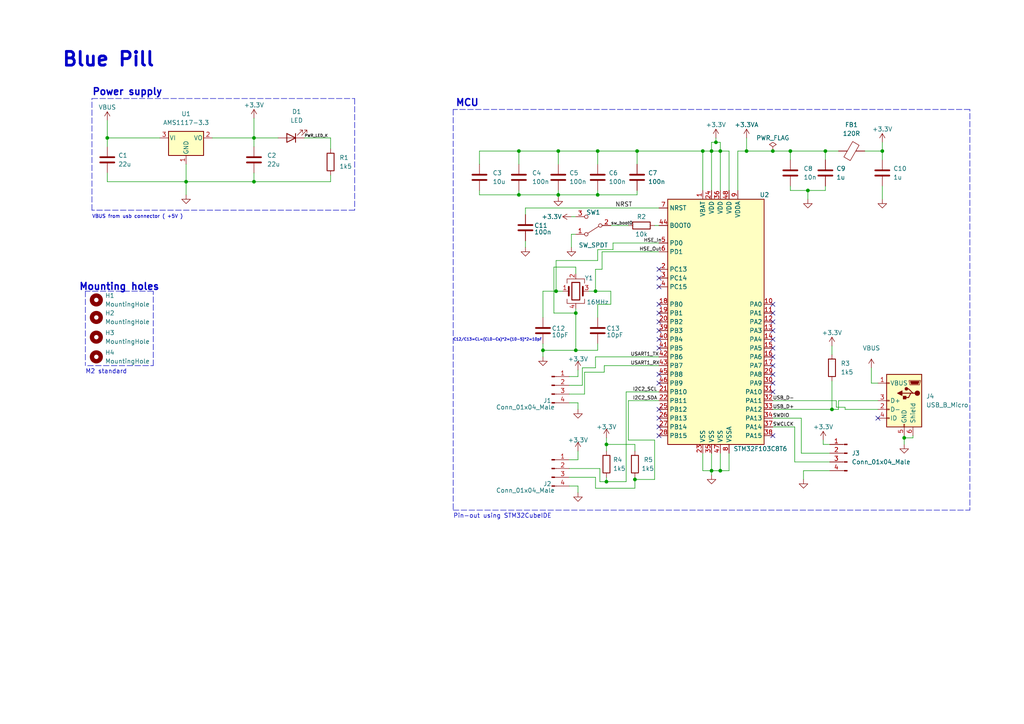
<source format=kicad_sch>
(kicad_sch (version 20211123) (generator eeschema)

  (uuid 2d5fb554-87fa-47ee-b7ed-9c24bfa66b05)

  (paper "A4")

  (title_block
    (title "BluePill")
    (date "2023-01-23")
    (rev "0.1")
  )

  (lib_symbols
    (symbol "Connector:Conn_01x04_Male" (pin_names (offset 1.016) hide) (in_bom yes) (on_board yes)
      (property "Reference" "J" (id 0) (at 0 5.08 0)
        (effects (font (size 1.27 1.27)))
      )
      (property "Value" "Conn_01x04_Male" (id 1) (at 0 -7.62 0)
        (effects (font (size 1.27 1.27)))
      )
      (property "Footprint" "" (id 2) (at 0 0 0)
        (effects (font (size 1.27 1.27)) hide)
      )
      (property "Datasheet" "~" (id 3) (at 0 0 0)
        (effects (font (size 1.27 1.27)) hide)
      )
      (property "ki_keywords" "connector" (id 4) (at 0 0 0)
        (effects (font (size 1.27 1.27)) hide)
      )
      (property "ki_description" "Generic connector, single row, 01x04, script generated (kicad-library-utils/schlib/autogen/connector/)" (id 5) (at 0 0 0)
        (effects (font (size 1.27 1.27)) hide)
      )
      (property "ki_fp_filters" "Connector*:*_1x??_*" (id 6) (at 0 0 0)
        (effects (font (size 1.27 1.27)) hide)
      )
      (symbol "Conn_01x04_Male_1_1"
        (polyline
          (pts
            (xy 1.27 -5.08)
            (xy 0.8636 -5.08)
          )
          (stroke (width 0.1524) (type default) (color 0 0 0 0))
          (fill (type none))
        )
        (polyline
          (pts
            (xy 1.27 -2.54)
            (xy 0.8636 -2.54)
          )
          (stroke (width 0.1524) (type default) (color 0 0 0 0))
          (fill (type none))
        )
        (polyline
          (pts
            (xy 1.27 0)
            (xy 0.8636 0)
          )
          (stroke (width 0.1524) (type default) (color 0 0 0 0))
          (fill (type none))
        )
        (polyline
          (pts
            (xy 1.27 2.54)
            (xy 0.8636 2.54)
          )
          (stroke (width 0.1524) (type default) (color 0 0 0 0))
          (fill (type none))
        )
        (rectangle (start 0.8636 -4.953) (end 0 -5.207)
          (stroke (width 0.1524) (type default) (color 0 0 0 0))
          (fill (type outline))
        )
        (rectangle (start 0.8636 -2.413) (end 0 -2.667)
          (stroke (width 0.1524) (type default) (color 0 0 0 0))
          (fill (type outline))
        )
        (rectangle (start 0.8636 0.127) (end 0 -0.127)
          (stroke (width 0.1524) (type default) (color 0 0 0 0))
          (fill (type outline))
        )
        (rectangle (start 0.8636 2.667) (end 0 2.413)
          (stroke (width 0.1524) (type default) (color 0 0 0 0))
          (fill (type outline))
        )
        (pin passive line (at 5.08 2.54 180) (length 3.81)
          (name "Pin_1" (effects (font (size 1.27 1.27))))
          (number "1" (effects (font (size 1.27 1.27))))
        )
        (pin passive line (at 5.08 0 180) (length 3.81)
          (name "Pin_2" (effects (font (size 1.27 1.27))))
          (number "2" (effects (font (size 1.27 1.27))))
        )
        (pin passive line (at 5.08 -2.54 180) (length 3.81)
          (name "Pin_3" (effects (font (size 1.27 1.27))))
          (number "3" (effects (font (size 1.27 1.27))))
        )
        (pin passive line (at 5.08 -5.08 180) (length 3.81)
          (name "Pin_4" (effects (font (size 1.27 1.27))))
          (number "4" (effects (font (size 1.27 1.27))))
        )
      )
    )
    (symbol "Connector:USB_B_Micro" (pin_names (offset 1.016)) (in_bom yes) (on_board yes)
      (property "Reference" "J" (id 0) (at -5.08 11.43 0)
        (effects (font (size 1.27 1.27)) (justify left))
      )
      (property "Value" "USB_B_Micro" (id 1) (at -5.08 8.89 0)
        (effects (font (size 1.27 1.27)) (justify left))
      )
      (property "Footprint" "" (id 2) (at 3.81 -1.27 0)
        (effects (font (size 1.27 1.27)) hide)
      )
      (property "Datasheet" "~" (id 3) (at 3.81 -1.27 0)
        (effects (font (size 1.27 1.27)) hide)
      )
      (property "ki_keywords" "connector USB micro" (id 4) (at 0 0 0)
        (effects (font (size 1.27 1.27)) hide)
      )
      (property "ki_description" "USB Micro Type B connector" (id 5) (at 0 0 0)
        (effects (font (size 1.27 1.27)) hide)
      )
      (property "ki_fp_filters" "USB*" (id 6) (at 0 0 0)
        (effects (font (size 1.27 1.27)) hide)
      )
      (symbol "USB_B_Micro_0_1"
        (rectangle (start -5.08 -7.62) (end 5.08 7.62)
          (stroke (width 0.254) (type default) (color 0 0 0 0))
          (fill (type background))
        )
        (circle (center -3.81 2.159) (radius 0.635)
          (stroke (width 0.254) (type default) (color 0 0 0 0))
          (fill (type outline))
        )
        (circle (center -0.635 3.429) (radius 0.381)
          (stroke (width 0.254) (type default) (color 0 0 0 0))
          (fill (type outline))
        )
        (rectangle (start -0.127 -7.62) (end 0.127 -6.858)
          (stroke (width 0) (type default) (color 0 0 0 0))
          (fill (type none))
        )
        (polyline
          (pts
            (xy -1.905 2.159)
            (xy 0.635 2.159)
          )
          (stroke (width 0.254) (type default) (color 0 0 0 0))
          (fill (type none))
        )
        (polyline
          (pts
            (xy -3.175 2.159)
            (xy -2.54 2.159)
            (xy -1.27 3.429)
            (xy -0.635 3.429)
          )
          (stroke (width 0.254) (type default) (color 0 0 0 0))
          (fill (type none))
        )
        (polyline
          (pts
            (xy -2.54 2.159)
            (xy -1.905 2.159)
            (xy -1.27 0.889)
            (xy 0 0.889)
          )
          (stroke (width 0.254) (type default) (color 0 0 0 0))
          (fill (type none))
        )
        (polyline
          (pts
            (xy 0.635 2.794)
            (xy 0.635 1.524)
            (xy 1.905 2.159)
            (xy 0.635 2.794)
          )
          (stroke (width 0.254) (type default) (color 0 0 0 0))
          (fill (type outline))
        )
        (polyline
          (pts
            (xy -4.318 5.588)
            (xy -1.778 5.588)
            (xy -2.032 4.826)
            (xy -4.064 4.826)
            (xy -4.318 5.588)
          )
          (stroke (width 0) (type default) (color 0 0 0 0))
          (fill (type outline))
        )
        (polyline
          (pts
            (xy -4.699 5.842)
            (xy -4.699 5.588)
            (xy -4.445 4.826)
            (xy -4.445 4.572)
            (xy -1.651 4.572)
            (xy -1.651 4.826)
            (xy -1.397 5.588)
            (xy -1.397 5.842)
            (xy -4.699 5.842)
          )
          (stroke (width 0) (type default) (color 0 0 0 0))
          (fill (type none))
        )
        (rectangle (start 0.254 1.27) (end -0.508 0.508)
          (stroke (width 0.254) (type default) (color 0 0 0 0))
          (fill (type outline))
        )
        (rectangle (start 5.08 -5.207) (end 4.318 -4.953)
          (stroke (width 0) (type default) (color 0 0 0 0))
          (fill (type none))
        )
        (rectangle (start 5.08 -2.667) (end 4.318 -2.413)
          (stroke (width 0) (type default) (color 0 0 0 0))
          (fill (type none))
        )
        (rectangle (start 5.08 -0.127) (end 4.318 0.127)
          (stroke (width 0) (type default) (color 0 0 0 0))
          (fill (type none))
        )
        (rectangle (start 5.08 4.953) (end 4.318 5.207)
          (stroke (width 0) (type default) (color 0 0 0 0))
          (fill (type none))
        )
      )
      (symbol "USB_B_Micro_1_1"
        (pin power_out line (at 7.62 5.08 180) (length 2.54)
          (name "VBUS" (effects (font (size 1.27 1.27))))
          (number "1" (effects (font (size 1.27 1.27))))
        )
        (pin bidirectional line (at 7.62 -2.54 180) (length 2.54)
          (name "D-" (effects (font (size 1.27 1.27))))
          (number "2" (effects (font (size 1.27 1.27))))
        )
        (pin bidirectional line (at 7.62 0 180) (length 2.54)
          (name "D+" (effects (font (size 1.27 1.27))))
          (number "3" (effects (font (size 1.27 1.27))))
        )
        (pin passive line (at 7.62 -5.08 180) (length 2.54)
          (name "ID" (effects (font (size 1.27 1.27))))
          (number "4" (effects (font (size 1.27 1.27))))
        )
        (pin power_out line (at 0 -10.16 90) (length 2.54)
          (name "GND" (effects (font (size 1.27 1.27))))
          (number "5" (effects (font (size 1.27 1.27))))
        )
        (pin passive line (at -2.54 -10.16 90) (length 2.54)
          (name "Shield" (effects (font (size 1.27 1.27))))
          (number "6" (effects (font (size 1.27 1.27))))
        )
      )
    )
    (symbol "Device:C" (pin_numbers hide) (pin_names (offset 0.254)) (in_bom yes) (on_board yes)
      (property "Reference" "C" (id 0) (at 0.635 2.54 0)
        (effects (font (size 1.27 1.27)) (justify left))
      )
      (property "Value" "C" (id 1) (at 0.635 -2.54 0)
        (effects (font (size 1.27 1.27)) (justify left))
      )
      (property "Footprint" "" (id 2) (at 0.9652 -3.81 0)
        (effects (font (size 1.27 1.27)) hide)
      )
      (property "Datasheet" "~" (id 3) (at 0 0 0)
        (effects (font (size 1.27 1.27)) hide)
      )
      (property "ki_keywords" "cap capacitor" (id 4) (at 0 0 0)
        (effects (font (size 1.27 1.27)) hide)
      )
      (property "ki_description" "Unpolarized capacitor" (id 5) (at 0 0 0)
        (effects (font (size 1.27 1.27)) hide)
      )
      (property "ki_fp_filters" "C_*" (id 6) (at 0 0 0)
        (effects (font (size 1.27 1.27)) hide)
      )
      (symbol "C_0_1"
        (polyline
          (pts
            (xy -2.032 -0.762)
            (xy 2.032 -0.762)
          )
          (stroke (width 0.508) (type default) (color 0 0 0 0))
          (fill (type none))
        )
        (polyline
          (pts
            (xy -2.032 0.762)
            (xy 2.032 0.762)
          )
          (stroke (width 0.508) (type default) (color 0 0 0 0))
          (fill (type none))
        )
      )
      (symbol "C_1_1"
        (pin passive line (at 0 3.81 270) (length 2.794)
          (name "~" (effects (font (size 1.27 1.27))))
          (number "1" (effects (font (size 1.27 1.27))))
        )
        (pin passive line (at 0 -3.81 90) (length 2.794)
          (name "~" (effects (font (size 1.27 1.27))))
          (number "2" (effects (font (size 1.27 1.27))))
        )
      )
    )
    (symbol "Device:Crystal_GND24" (pin_names (offset 1.016) hide) (in_bom yes) (on_board yes)
      (property "Reference" "Y" (id 0) (at 3.175 5.08 0)
        (effects (font (size 1.27 1.27)) (justify left))
      )
      (property "Value" "Crystal_GND24" (id 1) (at 3.175 3.175 0)
        (effects (font (size 1.27 1.27)) (justify left))
      )
      (property "Footprint" "" (id 2) (at 0 0 0)
        (effects (font (size 1.27 1.27)) hide)
      )
      (property "Datasheet" "~" (id 3) (at 0 0 0)
        (effects (font (size 1.27 1.27)) hide)
      )
      (property "ki_keywords" "quartz ceramic resonator oscillator" (id 4) (at 0 0 0)
        (effects (font (size 1.27 1.27)) hide)
      )
      (property "ki_description" "Four pin crystal, GND on pins 2 and 4" (id 5) (at 0 0 0)
        (effects (font (size 1.27 1.27)) hide)
      )
      (property "ki_fp_filters" "Crystal*" (id 6) (at 0 0 0)
        (effects (font (size 1.27 1.27)) hide)
      )
      (symbol "Crystal_GND24_0_1"
        (rectangle (start -1.143 2.54) (end 1.143 -2.54)
          (stroke (width 0.3048) (type default) (color 0 0 0 0))
          (fill (type none))
        )
        (polyline
          (pts
            (xy -2.54 0)
            (xy -2.032 0)
          )
          (stroke (width 0) (type default) (color 0 0 0 0))
          (fill (type none))
        )
        (polyline
          (pts
            (xy -2.032 -1.27)
            (xy -2.032 1.27)
          )
          (stroke (width 0.508) (type default) (color 0 0 0 0))
          (fill (type none))
        )
        (polyline
          (pts
            (xy 0 -3.81)
            (xy 0 -3.556)
          )
          (stroke (width 0) (type default) (color 0 0 0 0))
          (fill (type none))
        )
        (polyline
          (pts
            (xy 0 3.556)
            (xy 0 3.81)
          )
          (stroke (width 0) (type default) (color 0 0 0 0))
          (fill (type none))
        )
        (polyline
          (pts
            (xy 2.032 -1.27)
            (xy 2.032 1.27)
          )
          (stroke (width 0.508) (type default) (color 0 0 0 0))
          (fill (type none))
        )
        (polyline
          (pts
            (xy 2.032 0)
            (xy 2.54 0)
          )
          (stroke (width 0) (type default) (color 0 0 0 0))
          (fill (type none))
        )
        (polyline
          (pts
            (xy -2.54 -2.286)
            (xy -2.54 -3.556)
            (xy 2.54 -3.556)
            (xy 2.54 -2.286)
          )
          (stroke (width 0) (type default) (color 0 0 0 0))
          (fill (type none))
        )
        (polyline
          (pts
            (xy -2.54 2.286)
            (xy -2.54 3.556)
            (xy 2.54 3.556)
            (xy 2.54 2.286)
          )
          (stroke (width 0) (type default) (color 0 0 0 0))
          (fill (type none))
        )
      )
      (symbol "Crystal_GND24_1_1"
        (pin passive line (at -3.81 0 0) (length 1.27)
          (name "1" (effects (font (size 1.27 1.27))))
          (number "1" (effects (font (size 1.27 1.27))))
        )
        (pin passive line (at 0 5.08 270) (length 1.27)
          (name "2" (effects (font (size 1.27 1.27))))
          (number "2" (effects (font (size 1.27 1.27))))
        )
        (pin passive line (at 3.81 0 180) (length 1.27)
          (name "3" (effects (font (size 1.27 1.27))))
          (number "3" (effects (font (size 1.27 1.27))))
        )
        (pin passive line (at 0 -5.08 90) (length 1.27)
          (name "4" (effects (font (size 1.27 1.27))))
          (number "4" (effects (font (size 1.27 1.27))))
        )
      )
    )
    (symbol "Device:FerriteBead" (pin_numbers hide) (pin_names (offset 0)) (in_bom yes) (on_board yes)
      (property "Reference" "FB" (id 0) (at -3.81 0.635 90)
        (effects (font (size 1.27 1.27)))
      )
      (property "Value" "FerriteBead" (id 1) (at 3.81 0 90)
        (effects (font (size 1.27 1.27)))
      )
      (property "Footprint" "" (id 2) (at -1.778 0 90)
        (effects (font (size 1.27 1.27)) hide)
      )
      (property "Datasheet" "~" (id 3) (at 0 0 0)
        (effects (font (size 1.27 1.27)) hide)
      )
      (property "ki_keywords" "L ferrite bead inductor filter" (id 4) (at 0 0 0)
        (effects (font (size 1.27 1.27)) hide)
      )
      (property "ki_description" "Ferrite bead" (id 5) (at 0 0 0)
        (effects (font (size 1.27 1.27)) hide)
      )
      (property "ki_fp_filters" "Inductor_* L_* *Ferrite*" (id 6) (at 0 0 0)
        (effects (font (size 1.27 1.27)) hide)
      )
      (symbol "FerriteBead_0_1"
        (polyline
          (pts
            (xy 0 -1.27)
            (xy 0 -1.2192)
          )
          (stroke (width 0) (type default) (color 0 0 0 0))
          (fill (type none))
        )
        (polyline
          (pts
            (xy 0 1.27)
            (xy 0 1.2954)
          )
          (stroke (width 0) (type default) (color 0 0 0 0))
          (fill (type none))
        )
        (polyline
          (pts
            (xy -2.7686 0.4064)
            (xy -1.7018 2.2606)
            (xy 2.7686 -0.3048)
            (xy 1.6764 -2.159)
            (xy -2.7686 0.4064)
          )
          (stroke (width 0) (type default) (color 0 0 0 0))
          (fill (type none))
        )
      )
      (symbol "FerriteBead_1_1"
        (pin passive line (at 0 3.81 270) (length 2.54)
          (name "~" (effects (font (size 1.27 1.27))))
          (number "1" (effects (font (size 1.27 1.27))))
        )
        (pin passive line (at 0 -3.81 90) (length 2.54)
          (name "~" (effects (font (size 1.27 1.27))))
          (number "2" (effects (font (size 1.27 1.27))))
        )
      )
    )
    (symbol "Device:LED" (pin_numbers hide) (pin_names (offset 1.016) hide) (in_bom yes) (on_board yes)
      (property "Reference" "D" (id 0) (at 0 2.54 0)
        (effects (font (size 1.27 1.27)))
      )
      (property "Value" "LED" (id 1) (at 0 -2.54 0)
        (effects (font (size 1.27 1.27)))
      )
      (property "Footprint" "" (id 2) (at 0 0 0)
        (effects (font (size 1.27 1.27)) hide)
      )
      (property "Datasheet" "~" (id 3) (at 0 0 0)
        (effects (font (size 1.27 1.27)) hide)
      )
      (property "ki_keywords" "LED diode" (id 4) (at 0 0 0)
        (effects (font (size 1.27 1.27)) hide)
      )
      (property "ki_description" "Light emitting diode" (id 5) (at 0 0 0)
        (effects (font (size 1.27 1.27)) hide)
      )
      (property "ki_fp_filters" "LED* LED_SMD:* LED_THT:*" (id 6) (at 0 0 0)
        (effects (font (size 1.27 1.27)) hide)
      )
      (symbol "LED_0_1"
        (polyline
          (pts
            (xy -1.27 -1.27)
            (xy -1.27 1.27)
          )
          (stroke (width 0.254) (type default) (color 0 0 0 0))
          (fill (type none))
        )
        (polyline
          (pts
            (xy -1.27 0)
            (xy 1.27 0)
          )
          (stroke (width 0) (type default) (color 0 0 0 0))
          (fill (type none))
        )
        (polyline
          (pts
            (xy 1.27 -1.27)
            (xy 1.27 1.27)
            (xy -1.27 0)
            (xy 1.27 -1.27)
          )
          (stroke (width 0.254) (type default) (color 0 0 0 0))
          (fill (type none))
        )
        (polyline
          (pts
            (xy -3.048 -0.762)
            (xy -4.572 -2.286)
            (xy -3.81 -2.286)
            (xy -4.572 -2.286)
            (xy -4.572 -1.524)
          )
          (stroke (width 0) (type default) (color 0 0 0 0))
          (fill (type none))
        )
        (polyline
          (pts
            (xy -1.778 -0.762)
            (xy -3.302 -2.286)
            (xy -2.54 -2.286)
            (xy -3.302 -2.286)
            (xy -3.302 -1.524)
          )
          (stroke (width 0) (type default) (color 0 0 0 0))
          (fill (type none))
        )
      )
      (symbol "LED_1_1"
        (pin passive line (at -3.81 0 0) (length 2.54)
          (name "K" (effects (font (size 1.27 1.27))))
          (number "1" (effects (font (size 1.27 1.27))))
        )
        (pin passive line (at 3.81 0 180) (length 2.54)
          (name "A" (effects (font (size 1.27 1.27))))
          (number "2" (effects (font (size 1.27 1.27))))
        )
      )
    )
    (symbol "Device:R" (pin_numbers hide) (pin_names (offset 0)) (in_bom yes) (on_board yes)
      (property "Reference" "R" (id 0) (at 2.032 0 90)
        (effects (font (size 1.27 1.27)))
      )
      (property "Value" "R" (id 1) (at 0 0 90)
        (effects (font (size 1.27 1.27)))
      )
      (property "Footprint" "" (id 2) (at -1.778 0 90)
        (effects (font (size 1.27 1.27)) hide)
      )
      (property "Datasheet" "~" (id 3) (at 0 0 0)
        (effects (font (size 1.27 1.27)) hide)
      )
      (property "ki_keywords" "R res resistor" (id 4) (at 0 0 0)
        (effects (font (size 1.27 1.27)) hide)
      )
      (property "ki_description" "Resistor" (id 5) (at 0 0 0)
        (effects (font (size 1.27 1.27)) hide)
      )
      (property "ki_fp_filters" "R_*" (id 6) (at 0 0 0)
        (effects (font (size 1.27 1.27)) hide)
      )
      (symbol "R_0_1"
        (rectangle (start -1.016 -2.54) (end 1.016 2.54)
          (stroke (width 0.254) (type default) (color 0 0 0 0))
          (fill (type none))
        )
      )
      (symbol "R_1_1"
        (pin passive line (at 0 3.81 270) (length 1.27)
          (name "~" (effects (font (size 1.27 1.27))))
          (number "1" (effects (font (size 1.27 1.27))))
        )
        (pin passive line (at 0 -3.81 90) (length 1.27)
          (name "~" (effects (font (size 1.27 1.27))))
          (number "2" (effects (font (size 1.27 1.27))))
        )
      )
    )
    (symbol "MCU_ST_STM32F1:STM32F103C8Tx" (in_bom yes) (on_board yes)
      (property "Reference" "U" (id 0) (at -15.24 36.83 0)
        (effects (font (size 1.27 1.27)) (justify left))
      )
      (property "Value" "STM32F103C8Tx" (id 1) (at 7.62 36.83 0)
        (effects (font (size 1.27 1.27)) (justify left))
      )
      (property "Footprint" "Package_QFP:LQFP-48_7x7mm_P0.5mm" (id 2) (at -15.24 -35.56 0)
        (effects (font (size 1.27 1.27)) (justify right) hide)
      )
      (property "Datasheet" "http://www.st.com/st-web-ui/static/active/en/resource/technical/document/datasheet/CD00161566.pdf" (id 3) (at 0 0 0)
        (effects (font (size 1.27 1.27)) hide)
      )
      (property "ki_keywords" "ARM Cortex-M3 STM32F1 STM32F103" (id 4) (at 0 0 0)
        (effects (font (size 1.27 1.27)) hide)
      )
      (property "ki_description" "ARM Cortex-M3 MCU, 64KB flash, 20KB RAM, 72MHz, 2-3.6V, 37 GPIO, LQFP-48" (id 5) (at 0 0 0)
        (effects (font (size 1.27 1.27)) hide)
      )
      (property "ki_fp_filters" "LQFP*7x7mm*P0.5mm*" (id 6) (at 0 0 0)
        (effects (font (size 1.27 1.27)) hide)
      )
      (symbol "STM32F103C8Tx_0_1"
        (rectangle (start -15.24 -35.56) (end 12.7 35.56)
          (stroke (width 0.254) (type default) (color 0 0 0 0))
          (fill (type background))
        )
      )
      (symbol "STM32F103C8Tx_1_1"
        (pin power_in line (at -5.08 38.1 270) (length 2.54)
          (name "VBAT" (effects (font (size 1.27 1.27))))
          (number "1" (effects (font (size 1.27 1.27))))
        )
        (pin bidirectional line (at 15.24 5.08 180) (length 2.54)
          (name "PA0" (effects (font (size 1.27 1.27))))
          (number "10" (effects (font (size 1.27 1.27))))
        )
        (pin bidirectional line (at 15.24 2.54 180) (length 2.54)
          (name "PA1" (effects (font (size 1.27 1.27))))
          (number "11" (effects (font (size 1.27 1.27))))
        )
        (pin bidirectional line (at 15.24 0 180) (length 2.54)
          (name "PA2" (effects (font (size 1.27 1.27))))
          (number "12" (effects (font (size 1.27 1.27))))
        )
        (pin bidirectional line (at 15.24 -2.54 180) (length 2.54)
          (name "PA3" (effects (font (size 1.27 1.27))))
          (number "13" (effects (font (size 1.27 1.27))))
        )
        (pin bidirectional line (at 15.24 -5.08 180) (length 2.54)
          (name "PA4" (effects (font (size 1.27 1.27))))
          (number "14" (effects (font (size 1.27 1.27))))
        )
        (pin bidirectional line (at 15.24 -7.62 180) (length 2.54)
          (name "PA5" (effects (font (size 1.27 1.27))))
          (number "15" (effects (font (size 1.27 1.27))))
        )
        (pin bidirectional line (at 15.24 -10.16 180) (length 2.54)
          (name "PA6" (effects (font (size 1.27 1.27))))
          (number "16" (effects (font (size 1.27 1.27))))
        )
        (pin bidirectional line (at 15.24 -12.7 180) (length 2.54)
          (name "PA7" (effects (font (size 1.27 1.27))))
          (number "17" (effects (font (size 1.27 1.27))))
        )
        (pin bidirectional line (at -17.78 5.08 0) (length 2.54)
          (name "PB0" (effects (font (size 1.27 1.27))))
          (number "18" (effects (font (size 1.27 1.27))))
        )
        (pin bidirectional line (at -17.78 2.54 0) (length 2.54)
          (name "PB1" (effects (font (size 1.27 1.27))))
          (number "19" (effects (font (size 1.27 1.27))))
        )
        (pin bidirectional line (at -17.78 15.24 0) (length 2.54)
          (name "PC13" (effects (font (size 1.27 1.27))))
          (number "2" (effects (font (size 1.27 1.27))))
        )
        (pin bidirectional line (at -17.78 0 0) (length 2.54)
          (name "PB2" (effects (font (size 1.27 1.27))))
          (number "20" (effects (font (size 1.27 1.27))))
        )
        (pin bidirectional line (at -17.78 -20.32 0) (length 2.54)
          (name "PB10" (effects (font (size 1.27 1.27))))
          (number "21" (effects (font (size 1.27 1.27))))
        )
        (pin bidirectional line (at -17.78 -22.86 0) (length 2.54)
          (name "PB11" (effects (font (size 1.27 1.27))))
          (number "22" (effects (font (size 1.27 1.27))))
        )
        (pin power_in line (at -5.08 -38.1 90) (length 2.54)
          (name "VSS" (effects (font (size 1.27 1.27))))
          (number "23" (effects (font (size 1.27 1.27))))
        )
        (pin power_in line (at -2.54 38.1 270) (length 2.54)
          (name "VDD" (effects (font (size 1.27 1.27))))
          (number "24" (effects (font (size 1.27 1.27))))
        )
        (pin bidirectional line (at -17.78 -25.4 0) (length 2.54)
          (name "PB12" (effects (font (size 1.27 1.27))))
          (number "25" (effects (font (size 1.27 1.27))))
        )
        (pin bidirectional line (at -17.78 -27.94 0) (length 2.54)
          (name "PB13" (effects (font (size 1.27 1.27))))
          (number "26" (effects (font (size 1.27 1.27))))
        )
        (pin bidirectional line (at -17.78 -30.48 0) (length 2.54)
          (name "PB14" (effects (font (size 1.27 1.27))))
          (number "27" (effects (font (size 1.27 1.27))))
        )
        (pin bidirectional line (at -17.78 -33.02 0) (length 2.54)
          (name "PB15" (effects (font (size 1.27 1.27))))
          (number "28" (effects (font (size 1.27 1.27))))
        )
        (pin bidirectional line (at 15.24 -15.24 180) (length 2.54)
          (name "PA8" (effects (font (size 1.27 1.27))))
          (number "29" (effects (font (size 1.27 1.27))))
        )
        (pin bidirectional line (at -17.78 12.7 0) (length 2.54)
          (name "PC14" (effects (font (size 1.27 1.27))))
          (number "3" (effects (font (size 1.27 1.27))))
        )
        (pin bidirectional line (at 15.24 -17.78 180) (length 2.54)
          (name "PA9" (effects (font (size 1.27 1.27))))
          (number "30" (effects (font (size 1.27 1.27))))
        )
        (pin bidirectional line (at 15.24 -20.32 180) (length 2.54)
          (name "PA10" (effects (font (size 1.27 1.27))))
          (number "31" (effects (font (size 1.27 1.27))))
        )
        (pin bidirectional line (at 15.24 -22.86 180) (length 2.54)
          (name "PA11" (effects (font (size 1.27 1.27))))
          (number "32" (effects (font (size 1.27 1.27))))
        )
        (pin bidirectional line (at 15.24 -25.4 180) (length 2.54)
          (name "PA12" (effects (font (size 1.27 1.27))))
          (number "33" (effects (font (size 1.27 1.27))))
        )
        (pin bidirectional line (at 15.24 -27.94 180) (length 2.54)
          (name "PA13" (effects (font (size 1.27 1.27))))
          (number "34" (effects (font (size 1.27 1.27))))
        )
        (pin power_in line (at -2.54 -38.1 90) (length 2.54)
          (name "VSS" (effects (font (size 1.27 1.27))))
          (number "35" (effects (font (size 1.27 1.27))))
        )
        (pin power_in line (at 0 38.1 270) (length 2.54)
          (name "VDD" (effects (font (size 1.27 1.27))))
          (number "36" (effects (font (size 1.27 1.27))))
        )
        (pin bidirectional line (at 15.24 -30.48 180) (length 2.54)
          (name "PA14" (effects (font (size 1.27 1.27))))
          (number "37" (effects (font (size 1.27 1.27))))
        )
        (pin bidirectional line (at 15.24 -33.02 180) (length 2.54)
          (name "PA15" (effects (font (size 1.27 1.27))))
          (number "38" (effects (font (size 1.27 1.27))))
        )
        (pin bidirectional line (at -17.78 -2.54 0) (length 2.54)
          (name "PB3" (effects (font (size 1.27 1.27))))
          (number "39" (effects (font (size 1.27 1.27))))
        )
        (pin bidirectional line (at -17.78 10.16 0) (length 2.54)
          (name "PC15" (effects (font (size 1.27 1.27))))
          (number "4" (effects (font (size 1.27 1.27))))
        )
        (pin bidirectional line (at -17.78 -5.08 0) (length 2.54)
          (name "PB4" (effects (font (size 1.27 1.27))))
          (number "40" (effects (font (size 1.27 1.27))))
        )
        (pin bidirectional line (at -17.78 -7.62 0) (length 2.54)
          (name "PB5" (effects (font (size 1.27 1.27))))
          (number "41" (effects (font (size 1.27 1.27))))
        )
        (pin bidirectional line (at -17.78 -10.16 0) (length 2.54)
          (name "PB6" (effects (font (size 1.27 1.27))))
          (number "42" (effects (font (size 1.27 1.27))))
        )
        (pin bidirectional line (at -17.78 -12.7 0) (length 2.54)
          (name "PB7" (effects (font (size 1.27 1.27))))
          (number "43" (effects (font (size 1.27 1.27))))
        )
        (pin input line (at -17.78 27.94 0) (length 2.54)
          (name "BOOT0" (effects (font (size 1.27 1.27))))
          (number "44" (effects (font (size 1.27 1.27))))
        )
        (pin bidirectional line (at -17.78 -15.24 0) (length 2.54)
          (name "PB8" (effects (font (size 1.27 1.27))))
          (number "45" (effects (font (size 1.27 1.27))))
        )
        (pin bidirectional line (at -17.78 -17.78 0) (length 2.54)
          (name "PB9" (effects (font (size 1.27 1.27))))
          (number "46" (effects (font (size 1.27 1.27))))
        )
        (pin power_in line (at 0 -38.1 90) (length 2.54)
          (name "VSS" (effects (font (size 1.27 1.27))))
          (number "47" (effects (font (size 1.27 1.27))))
        )
        (pin power_in line (at 2.54 38.1 270) (length 2.54)
          (name "VDD" (effects (font (size 1.27 1.27))))
          (number "48" (effects (font (size 1.27 1.27))))
        )
        (pin input line (at -17.78 22.86 0) (length 2.54)
          (name "PD0" (effects (font (size 1.27 1.27))))
          (number "5" (effects (font (size 1.27 1.27))))
        )
        (pin input line (at -17.78 20.32 0) (length 2.54)
          (name "PD1" (effects (font (size 1.27 1.27))))
          (number "6" (effects (font (size 1.27 1.27))))
        )
        (pin input line (at -17.78 33.02 0) (length 2.54)
          (name "NRST" (effects (font (size 1.27 1.27))))
          (number "7" (effects (font (size 1.27 1.27))))
        )
        (pin power_in line (at 2.54 -38.1 90) (length 2.54)
          (name "VSSA" (effects (font (size 1.27 1.27))))
          (number "8" (effects (font (size 1.27 1.27))))
        )
        (pin power_in line (at 5.08 38.1 270) (length 2.54)
          (name "VDDA" (effects (font (size 1.27 1.27))))
          (number "9" (effects (font (size 1.27 1.27))))
        )
      )
    )
    (symbol "Mechanical:MountingHole" (pin_names (offset 1.016)) (in_bom yes) (on_board yes)
      (property "Reference" "H" (id 0) (at 0 5.08 0)
        (effects (font (size 1.27 1.27)))
      )
      (property "Value" "MountingHole" (id 1) (at 0 3.175 0)
        (effects (font (size 1.27 1.27)))
      )
      (property "Footprint" "" (id 2) (at 0 0 0)
        (effects (font (size 1.27 1.27)) hide)
      )
      (property "Datasheet" "~" (id 3) (at 0 0 0)
        (effects (font (size 1.27 1.27)) hide)
      )
      (property "ki_keywords" "mounting hole" (id 4) (at 0 0 0)
        (effects (font (size 1.27 1.27)) hide)
      )
      (property "ki_description" "Mounting Hole without connection" (id 5) (at 0 0 0)
        (effects (font (size 1.27 1.27)) hide)
      )
      (property "ki_fp_filters" "MountingHole*" (id 6) (at 0 0 0)
        (effects (font (size 1.27 1.27)) hide)
      )
      (symbol "MountingHole_0_1"
        (circle (center 0 0) (radius 1.27)
          (stroke (width 1.27) (type default) (color 0 0 0 0))
          (fill (type none))
        )
      )
    )
    (symbol "Regulator_Linear:AMS1117-3.3" (pin_names (offset 0.254)) (in_bom yes) (on_board yes)
      (property "Reference" "U" (id 0) (at -3.81 3.175 0)
        (effects (font (size 1.27 1.27)))
      )
      (property "Value" "AMS1117-3.3" (id 1) (at 0 3.175 0)
        (effects (font (size 1.27 1.27)) (justify left))
      )
      (property "Footprint" "Package_TO_SOT_SMD:SOT-223-3_TabPin2" (id 2) (at 0 5.08 0)
        (effects (font (size 1.27 1.27)) hide)
      )
      (property "Datasheet" "http://www.advanced-monolithic.com/pdf/ds1117.pdf" (id 3) (at 2.54 -6.35 0)
        (effects (font (size 1.27 1.27)) hide)
      )
      (property "ki_keywords" "linear regulator ldo fixed positive" (id 4) (at 0 0 0)
        (effects (font (size 1.27 1.27)) hide)
      )
      (property "ki_description" "1A Low Dropout regulator, positive, 3.3V fixed output, SOT-223" (id 5) (at 0 0 0)
        (effects (font (size 1.27 1.27)) hide)
      )
      (property "ki_fp_filters" "SOT?223*TabPin2*" (id 6) (at 0 0 0)
        (effects (font (size 1.27 1.27)) hide)
      )
      (symbol "AMS1117-3.3_0_1"
        (rectangle (start -5.08 -5.08) (end 5.08 1.905)
          (stroke (width 0.254) (type default) (color 0 0 0 0))
          (fill (type background))
        )
      )
      (symbol "AMS1117-3.3_1_1"
        (pin power_in line (at 0 -7.62 90) (length 2.54)
          (name "GND" (effects (font (size 1.27 1.27))))
          (number "1" (effects (font (size 1.27 1.27))))
        )
        (pin power_out line (at 7.62 0 180) (length 2.54)
          (name "VO" (effects (font (size 1.27 1.27))))
          (number "2" (effects (font (size 1.27 1.27))))
        )
        (pin power_in line (at -7.62 0 0) (length 2.54)
          (name "VI" (effects (font (size 1.27 1.27))))
          (number "3" (effects (font (size 1.27 1.27))))
        )
      )
    )
    (symbol "Switch:SW_SPDT" (pin_names (offset 0) hide) (in_bom yes) (on_board yes)
      (property "Reference" "SW" (id 0) (at 0 4.318 0)
        (effects (font (size 1.27 1.27)))
      )
      (property "Value" "SW_SPDT" (id 1) (at 0 -5.08 0)
        (effects (font (size 1.27 1.27)))
      )
      (property "Footprint" "" (id 2) (at 0 0 0)
        (effects (font (size 1.27 1.27)) hide)
      )
      (property "Datasheet" "~" (id 3) (at 0 0 0)
        (effects (font (size 1.27 1.27)) hide)
      )
      (property "ki_keywords" "switch single-pole double-throw spdt ON-ON" (id 4) (at 0 0 0)
        (effects (font (size 1.27 1.27)) hide)
      )
      (property "ki_description" "Switch, single pole double throw" (id 5) (at 0 0 0)
        (effects (font (size 1.27 1.27)) hide)
      )
      (symbol "SW_SPDT_0_0"
        (circle (center -2.032 0) (radius 0.508)
          (stroke (width 0) (type default) (color 0 0 0 0))
          (fill (type none))
        )
        (circle (center 2.032 -2.54) (radius 0.508)
          (stroke (width 0) (type default) (color 0 0 0 0))
          (fill (type none))
        )
      )
      (symbol "SW_SPDT_0_1"
        (polyline
          (pts
            (xy -1.524 0.254)
            (xy 1.651 2.286)
          )
          (stroke (width 0) (type default) (color 0 0 0 0))
          (fill (type none))
        )
        (circle (center 2.032 2.54) (radius 0.508)
          (stroke (width 0) (type default) (color 0 0 0 0))
          (fill (type none))
        )
      )
      (symbol "SW_SPDT_1_1"
        (pin passive line (at 5.08 2.54 180) (length 2.54)
          (name "A" (effects (font (size 1.27 1.27))))
          (number "1" (effects (font (size 1.27 1.27))))
        )
        (pin passive line (at -5.08 0 0) (length 2.54)
          (name "B" (effects (font (size 1.27 1.27))))
          (number "2" (effects (font (size 1.27 1.27))))
        )
        (pin passive line (at 5.08 -2.54 180) (length 2.54)
          (name "C" (effects (font (size 1.27 1.27))))
          (number "3" (effects (font (size 1.27 1.27))))
        )
      )
    )
    (symbol "power:+3.3V" (power) (pin_names (offset 0)) (in_bom yes) (on_board yes)
      (property "Reference" "#PWR" (id 0) (at 0 -3.81 0)
        (effects (font (size 1.27 1.27)) hide)
      )
      (property "Value" "+3.3V" (id 1) (at 0 3.556 0)
        (effects (font (size 1.27 1.27)))
      )
      (property "Footprint" "" (id 2) (at 0 0 0)
        (effects (font (size 1.27 1.27)) hide)
      )
      (property "Datasheet" "" (id 3) (at 0 0 0)
        (effects (font (size 1.27 1.27)) hide)
      )
      (property "ki_keywords" "global power" (id 4) (at 0 0 0)
        (effects (font (size 1.27 1.27)) hide)
      )
      (property "ki_description" "Power symbol creates a global label with name \"+3.3V\"" (id 5) (at 0 0 0)
        (effects (font (size 1.27 1.27)) hide)
      )
      (symbol "+3.3V_0_1"
        (polyline
          (pts
            (xy -0.762 1.27)
            (xy 0 2.54)
          )
          (stroke (width 0) (type default) (color 0 0 0 0))
          (fill (type none))
        )
        (polyline
          (pts
            (xy 0 0)
            (xy 0 2.54)
          )
          (stroke (width 0) (type default) (color 0 0 0 0))
          (fill (type none))
        )
        (polyline
          (pts
            (xy 0 2.54)
            (xy 0.762 1.27)
          )
          (stroke (width 0) (type default) (color 0 0 0 0))
          (fill (type none))
        )
      )
      (symbol "+3.3V_1_1"
        (pin power_in line (at 0 0 90) (length 0) hide
          (name "+3.3V" (effects (font (size 1.27 1.27))))
          (number "1" (effects (font (size 1.27 1.27))))
        )
      )
    )
    (symbol "power:+3.3VA" (power) (pin_names (offset 0)) (in_bom yes) (on_board yes)
      (property "Reference" "#PWR" (id 0) (at 0 -3.81 0)
        (effects (font (size 1.27 1.27)) hide)
      )
      (property "Value" "+3.3VA" (id 1) (at 0 3.556 0)
        (effects (font (size 1.27 1.27)))
      )
      (property "Footprint" "" (id 2) (at 0 0 0)
        (effects (font (size 1.27 1.27)) hide)
      )
      (property "Datasheet" "" (id 3) (at 0 0 0)
        (effects (font (size 1.27 1.27)) hide)
      )
      (property "ki_keywords" "global power" (id 4) (at 0 0 0)
        (effects (font (size 1.27 1.27)) hide)
      )
      (property "ki_description" "Power symbol creates a global label with name \"+3.3VA\"" (id 5) (at 0 0 0)
        (effects (font (size 1.27 1.27)) hide)
      )
      (symbol "+3.3VA_0_1"
        (polyline
          (pts
            (xy -0.762 1.27)
            (xy 0 2.54)
          )
          (stroke (width 0) (type default) (color 0 0 0 0))
          (fill (type none))
        )
        (polyline
          (pts
            (xy 0 0)
            (xy 0 2.54)
          )
          (stroke (width 0) (type default) (color 0 0 0 0))
          (fill (type none))
        )
        (polyline
          (pts
            (xy 0 2.54)
            (xy 0.762 1.27)
          )
          (stroke (width 0) (type default) (color 0 0 0 0))
          (fill (type none))
        )
      )
      (symbol "+3.3VA_1_1"
        (pin power_in line (at 0 0 90) (length 0) hide
          (name "+3.3VA" (effects (font (size 1.27 1.27))))
          (number "1" (effects (font (size 1.27 1.27))))
        )
      )
    )
    (symbol "power:GND" (power) (pin_names (offset 0)) (in_bom yes) (on_board yes)
      (property "Reference" "#PWR" (id 0) (at 0 -6.35 0)
        (effects (font (size 1.27 1.27)) hide)
      )
      (property "Value" "GND" (id 1) (at 0 -3.81 0)
        (effects (font (size 1.27 1.27)))
      )
      (property "Footprint" "" (id 2) (at 0 0 0)
        (effects (font (size 1.27 1.27)) hide)
      )
      (property "Datasheet" "" (id 3) (at 0 0 0)
        (effects (font (size 1.27 1.27)) hide)
      )
      (property "ki_keywords" "global power" (id 4) (at 0 0 0)
        (effects (font (size 1.27 1.27)) hide)
      )
      (property "ki_description" "Power symbol creates a global label with name \"GND\" , ground" (id 5) (at 0 0 0)
        (effects (font (size 1.27 1.27)) hide)
      )
      (symbol "GND_0_1"
        (polyline
          (pts
            (xy 0 0)
            (xy 0 -1.27)
            (xy 1.27 -1.27)
            (xy 0 -2.54)
            (xy -1.27 -1.27)
            (xy 0 -1.27)
          )
          (stroke (width 0) (type default) (color 0 0 0 0))
          (fill (type none))
        )
      )
      (symbol "GND_1_1"
        (pin power_in line (at 0 0 270) (length 0) hide
          (name "GND" (effects (font (size 1.27 1.27))))
          (number "1" (effects (font (size 1.27 1.27))))
        )
      )
    )
    (symbol "power:PWR_FLAG" (power) (pin_numbers hide) (pin_names (offset 0) hide) (in_bom yes) (on_board yes)
      (property "Reference" "#FLG" (id 0) (at 0 1.905 0)
        (effects (font (size 1.27 1.27)) hide)
      )
      (property "Value" "PWR_FLAG" (id 1) (at 0 3.81 0)
        (effects (font (size 1.27 1.27)))
      )
      (property "Footprint" "" (id 2) (at 0 0 0)
        (effects (font (size 1.27 1.27)) hide)
      )
      (property "Datasheet" "~" (id 3) (at 0 0 0)
        (effects (font (size 1.27 1.27)) hide)
      )
      (property "ki_keywords" "flag power" (id 4) (at 0 0 0)
        (effects (font (size 1.27 1.27)) hide)
      )
      (property "ki_description" "Special symbol for telling ERC where power comes from" (id 5) (at 0 0 0)
        (effects (font (size 1.27 1.27)) hide)
      )
      (symbol "PWR_FLAG_0_0"
        (pin power_out line (at 0 0 90) (length 0)
          (name "pwr" (effects (font (size 1.27 1.27))))
          (number "1" (effects (font (size 1.27 1.27))))
        )
      )
      (symbol "PWR_FLAG_0_1"
        (polyline
          (pts
            (xy 0 0)
            (xy 0 1.27)
            (xy -1.016 1.905)
            (xy 0 2.54)
            (xy 1.016 1.905)
            (xy 0 1.27)
          )
          (stroke (width 0) (type default) (color 0 0 0 0))
          (fill (type none))
        )
      )
    )
    (symbol "power:VBUS" (power) (pin_names (offset 0)) (in_bom yes) (on_board yes)
      (property "Reference" "#PWR" (id 0) (at 0 -3.81 0)
        (effects (font (size 1.27 1.27)) hide)
      )
      (property "Value" "VBUS" (id 1) (at 0 3.81 0)
        (effects (font (size 1.27 1.27)))
      )
      (property "Footprint" "" (id 2) (at 0 0 0)
        (effects (font (size 1.27 1.27)) hide)
      )
      (property "Datasheet" "" (id 3) (at 0 0 0)
        (effects (font (size 1.27 1.27)) hide)
      )
      (property "ki_keywords" "global power" (id 4) (at 0 0 0)
        (effects (font (size 1.27 1.27)) hide)
      )
      (property "ki_description" "Power symbol creates a global label with name \"VBUS\"" (id 5) (at 0 0 0)
        (effects (font (size 1.27 1.27)) hide)
      )
      (symbol "VBUS_0_1"
        (polyline
          (pts
            (xy -0.762 1.27)
            (xy 0 2.54)
          )
          (stroke (width 0) (type default) (color 0 0 0 0))
          (fill (type none))
        )
        (polyline
          (pts
            (xy 0 0)
            (xy 0 2.54)
          )
          (stroke (width 0) (type default) (color 0 0 0 0))
          (fill (type none))
        )
        (polyline
          (pts
            (xy 0 2.54)
            (xy 0.762 1.27)
          )
          (stroke (width 0) (type default) (color 0 0 0 0))
          (fill (type none))
        )
      )
      (symbol "VBUS_1_1"
        (pin power_in line (at 0 0 90) (length 0) hide
          (name "VBUS" (effects (font (size 1.27 1.27))))
          (number "1" (effects (font (size 1.27 1.27))))
        )
      )
    )
  )

  (junction (at 208.915 43.815) (diameter 0) (color 0 0 0 0)
    (uuid 0e57fa1f-a14b-4f9f-b5d6-e9229e5ce483)
  )
  (junction (at 167.005 101.6) (diameter 0) (color 0 0 0 0)
    (uuid 108d939e-8cb1-4068-9636-82f01ffc9ac1)
  )
  (junction (at 184.785 43.815) (diameter 0) (color 0 0 0 0)
    (uuid 1c53b9c8-bfc9-47f2-9090-0a36fe1d6501)
  )
  (junction (at 150.495 43.815) (diameter 0) (color 0 0 0 0)
    (uuid 2144f3ad-c74d-403d-838f-6057ce2d9f34)
  )
  (junction (at 157.48 101.6) (diameter 0) (color 0 0 0 0)
    (uuid 22a33473-d994-437c-9314-a814362d5ae4)
  )
  (junction (at 216.535 43.815) (diameter 0) (color 0 0 0 0)
    (uuid 2a4a5458-de77-41a2-8ed4-4b3ae5fb2c4a)
  )
  (junction (at 207.645 41.275) (diameter 0) (color 0 0 0 0)
    (uuid 39b40a66-3cb6-4f5d-8275-f38c79e2c05f)
  )
  (junction (at 234.315 55.245) (diameter 0) (color 0 0 0 0)
    (uuid 3e22adda-af06-464e-b413-dbebdbcd6929)
  )
  (junction (at 262.255 127) (diameter 0) (color 0 0 0 0)
    (uuid 52fa23ca-4140-4bf6-bd70-ac4caa88b48c)
  )
  (junction (at 206.375 136.525) (diameter 0) (color 0 0 0 0)
    (uuid 59da6c77-bdd2-4e54-99fb-11310140fdad)
  )
  (junction (at 175.895 139.7) (diameter 0) (color 0 0 0 0)
    (uuid 5d56c24c-0d20-4b0b-af65-914331440ff9)
  )
  (junction (at 73.66 52.705) (diameter 0) (color 0 0 0 0)
    (uuid 6060b198-c9ee-4748-9835-7d98c16eef28)
  )
  (junction (at 224.155 43.815) (diameter 0) (color 0 0 0 0)
    (uuid 6b778aa1-a34a-4f38-9ad5-b87d76ffd576)
  )
  (junction (at 161.925 56.515) (diameter 0) (color 0 0 0 0)
    (uuid 72d64d44-81d6-4091-8132-4d42765ecad6)
  )
  (junction (at 53.975 52.705) (diameter 0) (color 0 0 0 0)
    (uuid 73e07202-819a-45e3-bbbf-2059590b6cd4)
  )
  (junction (at 175.895 128.905) (diameter 0) (color 0 0 0 0)
    (uuid 7c046301-c038-479f-9c21-948d6a42f486)
  )
  (junction (at 31.115 40.005) (diameter 0) (color 0 0 0 0)
    (uuid 7c1f7ca2-e88f-49a5-a188-88a9a4138669)
  )
  (junction (at 239.395 43.815) (diameter 0) (color 0 0 0 0)
    (uuid 7f1ca76b-0d09-4d86-8da0-6a73eb0221ce)
  )
  (junction (at 161.29 84.455) (diameter 0) (color 0 0 0 0)
    (uuid 83c22719-18d2-4b12-936c-c3ce09e6fcf7)
  )
  (junction (at 206.375 43.815) (diameter 0) (color 0 0 0 0)
    (uuid 9af4cc85-e202-4ada-9516-27f3f68b6cbc)
  )
  (junction (at 161.925 43.815) (diameter 0) (color 0 0 0 0)
    (uuid 9f023217-f75c-45f2-90f4-5c96ec778c91)
  )
  (junction (at 173.355 43.815) (diameter 0) (color 0 0 0 0)
    (uuid a0da844d-8164-4443-8d88-d9020a1f94f1)
  )
  (junction (at 73.66 40.005) (diameter 0) (color 0 0 0 0)
    (uuid a25fda70-66fe-4291-a1dd-565feb89155e)
  )
  (junction (at 167.005 90.805) (diameter 0) (color 0 0 0 0)
    (uuid a58fe179-d01f-466e-90dd-0ac3dc2f27a8)
  )
  (junction (at 208.915 136.525) (diameter 0) (color 0 0 0 0)
    (uuid a8a5f2ee-a1ba-468e-a5a9-6190ab132a92)
  )
  (junction (at 229.235 43.815) (diameter 0) (color 0 0 0 0)
    (uuid bdbd5604-2bfd-4c02-af2a-82c6e01f63a1)
  )
  (junction (at 203.835 43.815) (diameter 0) (color 0 0 0 0)
    (uuid be77271d-130f-4b71-bb1e-02419399b450)
  )
  (junction (at 184.15 139.065) (diameter 0) (color 0 0 0 0)
    (uuid c527d1e8-46be-47a2-bb81-4ebc4fef4914)
  )
  (junction (at 173.355 56.515) (diameter 0) (color 0 0 0 0)
    (uuid cbfe6e8d-f174-4287-bdcb-5f3d0325c15f)
  )
  (junction (at 172.72 84.455) (diameter 0) (color 0 0 0 0)
    (uuid ded68730-d38e-4bac-84ed-9c8764284629)
  )
  (junction (at 241.3 118.745) (diameter 0) (color 0 0 0 0)
    (uuid ed89efe4-ccbc-46ad-a976-5127005a5f16)
  )
  (junction (at 150.495 56.515) (diameter 0) (color 0 0 0 0)
    (uuid ef516250-ad31-4034-86f4-41758c817dbe)
  )
  (junction (at 255.905 43.815) (diameter 0) (color 0 0 0 0)
    (uuid f6de8b7b-42c9-4ef4-b9c2-c15f16039c4d)
  )

  (no_connect (at 191.135 126.365) (uuid 01affdac-4624-43fc-8c21-2ec2d5a835e0))
  (no_connect (at 254.635 121.285) (uuid 050fcf69-b610-4ca4-b88f-24528a744733))
  (no_connect (at 224.155 126.365) (uuid 1824960e-80fb-4e42-9f66-e1e7555e64d2))
  (no_connect (at 191.135 83.185) (uuid 1a52ab91-a0ba-4ce8-b672-e3a5d3c48961))
  (no_connect (at 224.155 93.345) (uuid 229bb6d8-e0b8-448e-b6c6-138ed07d88a8))
  (no_connect (at 191.135 123.825) (uuid 2e147648-80f3-40f1-8ff9-3e767eef8f3b))
  (no_connect (at 191.135 108.585) (uuid 537ff4ec-b12b-494a-a64e-faad29377b04))
  (no_connect (at 224.155 103.505) (uuid 639fe0e4-dbdc-47d6-97f8-5b098cb87633))
  (no_connect (at 224.155 95.885) (uuid 73b009c6-7de4-4b58-a010-fb153e9af701))
  (no_connect (at 191.135 98.425) (uuid 753950e6-2e53-4659-81e6-b8a9418101dc))
  (no_connect (at 224.155 90.805) (uuid 78b30b51-1cd2-457d-874c-a2bc5498738a))
  (no_connect (at 191.135 93.345) (uuid 7d12252d-6070-4a9a-afbc-17489565bdfd))
  (no_connect (at 224.155 111.125) (uuid 80cd711e-2694-46dc-921b-3df2b0582bdf))
  (no_connect (at 224.155 106.045) (uuid 84d941f4-beaa-4b40-aa7c-8bea109199df))
  (no_connect (at 224.155 108.585) (uuid 87ca12a3-6731-4e9f-8e0b-4d63d0f57041))
  (no_connect (at 191.135 121.285) (uuid 8bc6ae9a-076e-4f18-ad78-eb6d5d796260))
  (no_connect (at 224.155 88.265) (uuid 96db3530-13c9-4cce-bebe-d06245f76f20))
  (no_connect (at 191.135 80.645) (uuid 9757313e-9d08-4aed-baf9-5c196fb63847))
  (no_connect (at 191.135 88.265) (uuid 9891cec4-5536-4d4d-bf95-6545aa2c6454))
  (no_connect (at 191.135 95.885) (uuid 9cfd222b-3ab6-4a25-ac43-e964d9805333))
  (no_connect (at 191.135 111.125) (uuid a8e56892-1a06-47a9-bc4d-85b61c178a0a))
  (no_connect (at 224.155 100.965) (uuid c6417779-9ee6-40b6-8485-96bb5f61b71f))
  (no_connect (at 191.135 118.745) (uuid cf3a7fe5-d1c4-410e-a020-c19b9e0e4b6d))
  (no_connect (at 224.155 98.425) (uuid e2f35593-d87c-4b96-8b1b-3ae6f49b3991))
  (no_connect (at 191.135 78.105) (uuid f18ac19e-bd39-421a-bd8f-5140c2f30e0d))
  (no_connect (at 224.155 113.665) (uuid f5b247e6-2359-4c76-bd4d-ada14e7cb71e))
  (no_connect (at 191.135 90.805) (uuid f75672e0-7df8-41bd-9948-58b631d30590))
  (no_connect (at 191.135 100.965) (uuid f974fddb-d0de-4a7a-9e7a-26e6931d7a25))

  (wire (pts (xy 238.76 128.905) (xy 240.665 128.905))
    (stroke (width 0) (type default) (color 0 0 0 0))
    (uuid 0032748b-ff8a-4ec8-8ca8-aaf8705c5b5c)
  )
  (wire (pts (xy 175.895 130.81) (xy 175.895 128.905))
    (stroke (width 0) (type default) (color 0 0 0 0))
    (uuid 0081db1e-5ede-42df-9dd2-130ae0c027f2)
  )
  (polyline (pts (xy 26.67 60.96) (xy 26.67 28.575))
    (stroke (width 0) (type default) (color 0 0 0 0))
    (uuid 00c4e1eb-0e65-4933-9d88-33863b9bc779)
  )

  (wire (pts (xy 157.48 84.455) (xy 157.48 92.075))
    (stroke (width 0) (type default) (color 0 0 0 0))
    (uuid 011fd755-1842-462a-baf7-f15e65bdd340)
  )
  (wire (pts (xy 177.165 84.455) (xy 177.165 88.265))
    (stroke (width 0) (type default) (color 0 0 0 0))
    (uuid 033e0fd8-9d5a-4856-af02-51e6ebd901e2)
  )
  (wire (pts (xy 233.045 136.525) (xy 240.665 136.525))
    (stroke (width 0) (type default) (color 0 0 0 0))
    (uuid 0689b33e-f870-42ca-b5b2-d85108568776)
  )
  (wire (pts (xy 31.115 52.705) (xy 53.975 52.705))
    (stroke (width 0) (type default) (color 0 0 0 0))
    (uuid 09310338-e512-48f7-a339-465a2abff06a)
  )
  (wire (pts (xy 206.375 136.525) (xy 206.375 137.795))
    (stroke (width 0) (type default) (color 0 0 0 0))
    (uuid 09f4e4e6-1daf-4283-bf16-6e8392955c32)
  )
  (polyline (pts (xy 44.45 106.045) (xy 44.45 84.455))
    (stroke (width 0) (type default) (color 0 0 0 0))
    (uuid 0ab49330-1277-461d-a251-103c7af13610)
  )

  (wire (pts (xy 165.1 109.22) (xy 167.64 109.22))
    (stroke (width 0) (type default) (color 0 0 0 0))
    (uuid 0af3ada9-4325-4fdc-8298-eb5a557a778b)
  )
  (wire (pts (xy 184.15 139.065) (xy 189.865 139.065))
    (stroke (width 0) (type default) (color 0 0 0 0))
    (uuid 0d563e95-dbce-4774-8b2c-cb63bdc0fe47)
  )
  (wire (pts (xy 173.355 75.565) (xy 173.355 72.39))
    (stroke (width 0) (type default) (color 0 0 0 0))
    (uuid 0d714270-dc13-4f5c-99ea-fb08aebf3bc3)
  )
  (wire (pts (xy 167.64 116.84) (xy 167.64 118.745))
    (stroke (width 0) (type default) (color 0 0 0 0))
    (uuid 0dba5852-81ca-4581-947f-8455b8774fc3)
  )
  (wire (pts (xy 184.15 128.905) (xy 184.15 130.81))
    (stroke (width 0) (type default) (color 0 0 0 0))
    (uuid 0ff9cd5e-9376-42c2-8515-9d2d8312ca82)
  )
  (wire (pts (xy 177.8 70.485) (xy 191.135 70.485))
    (stroke (width 0) (type default) (color 0 0 0 0))
    (uuid 10365e6c-17f4-4949-8d98-ea27d4799f6b)
  )
  (polyline (pts (xy 26.67 28.575) (xy 102.87 28.575))
    (stroke (width 0) (type default) (color 0 0 0 0))
    (uuid 10b36813-da4b-4bf2-899f-5cc68d87e835)
  )

  (wire (pts (xy 206.375 136.525) (xy 208.915 136.525))
    (stroke (width 0) (type default) (color 0 0 0 0))
    (uuid 11632ab2-93c1-4a8d-8fff-a23b45146ad1)
  )
  (wire (pts (xy 229.235 43.815) (xy 239.395 43.815))
    (stroke (width 0) (type default) (color 0 0 0 0))
    (uuid 116c4bf5-a738-4cc6-bb17-480a5cb43841)
  )
  (wire (pts (xy 175.895 128.905) (xy 175.895 127))
    (stroke (width 0) (type default) (color 0 0 0 0))
    (uuid 12b8ba4f-da17-4304-835c-3d75e7b15b73)
  )
  (wire (pts (xy 173.355 99.695) (xy 173.355 101.6))
    (stroke (width 0) (type default) (color 0 0 0 0))
    (uuid 16d1695c-9243-402f-9c76-e25687272bf1)
  )
  (wire (pts (xy 157.48 101.6) (xy 167.005 101.6))
    (stroke (width 0) (type default) (color 0 0 0 0))
    (uuid 18c794da-defc-49fa-8e03-5e991ba4a0e9)
  )
  (wire (pts (xy 161.925 56.515) (xy 173.355 56.515))
    (stroke (width 0) (type default) (color 0 0 0 0))
    (uuid 1a56b02d-48fb-4301-8190-762bf58a977a)
  )
  (wire (pts (xy 168.91 106.68) (xy 172.72 106.68))
    (stroke (width 0) (type default) (color 0 0 0 0))
    (uuid 1a8d9bea-1336-457b-819d-cd8938b3d0d6)
  )
  (wire (pts (xy 165.1 116.84) (xy 167.64 116.84))
    (stroke (width 0) (type default) (color 0 0 0 0))
    (uuid 1b5e5e9a-47c0-44a1-be82-52657d26fa20)
  )
  (polyline (pts (xy 44.45 84.455) (xy 24.765 84.455))
    (stroke (width 0) (type default) (color 0 0 0 0))
    (uuid 1bd71b89-2a42-4a24-8489-d978680c83cf)
  )

  (wire (pts (xy 239.395 43.815) (xy 243.205 43.815))
    (stroke (width 0) (type default) (color 0 0 0 0))
    (uuid 1be3c1ed-134d-44fb-88fa-6f70d6d289bb)
  )
  (wire (pts (xy 165.735 67.945) (xy 165.735 71.755))
    (stroke (width 0) (type default) (color 0 0 0 0))
    (uuid 1c2270a6-70e3-4a8b-9860-b4719324343e)
  )
  (wire (pts (xy 152.4 60.325) (xy 152.4 62.23))
    (stroke (width 0) (type default) (color 0 0 0 0))
    (uuid 1c6d1818-9891-434e-b11b-d04fbabb7b06)
  )
  (wire (pts (xy 173.355 88.265) (xy 177.165 88.265))
    (stroke (width 0) (type default) (color 0 0 0 0))
    (uuid 1d46517a-56fa-49e0-a3da-3260215f7fe2)
  )
  (wire (pts (xy 203.835 136.525) (xy 206.375 136.525))
    (stroke (width 0) (type default) (color 0 0 0 0))
    (uuid 1d90236d-944b-4740-9fb0-5466ecf8e617)
  )
  (wire (pts (xy 182.245 127.635) (xy 189.865 127.635))
    (stroke (width 0) (type default) (color 0 0 0 0))
    (uuid 1ed51120-c5f3-4a8d-8238-a0c093de78ac)
  )
  (wire (pts (xy 250.825 43.815) (xy 255.905 43.815))
    (stroke (width 0) (type default) (color 0 0 0 0))
    (uuid 203e9cae-27c2-43e6-88d8-38ac539c4c4e)
  )
  (wire (pts (xy 229.235 43.815) (xy 229.235 46.355))
    (stroke (width 0) (type default) (color 0 0 0 0))
    (uuid 20ef366a-9efc-4c9c-a456-606273c8b028)
  )
  (wire (pts (xy 173.99 135.89) (xy 173.99 139.7))
    (stroke (width 0) (type default) (color 0 0 0 0))
    (uuid 23090f2a-25be-4106-b28a-e8f028a4a733)
  )
  (wire (pts (xy 175.895 138.43) (xy 175.895 139.7))
    (stroke (width 0) (type default) (color 0 0 0 0))
    (uuid 23e26b0f-b432-4add-9d48-5b93baf67461)
  )
  (wire (pts (xy 73.66 34.29) (xy 73.66 40.005))
    (stroke (width 0) (type default) (color 0 0 0 0))
    (uuid 24bbba28-e159-4e1a-b4a1-1e6971eb58b3)
  )
  (wire (pts (xy 165.735 62.865) (xy 167.005 62.865))
    (stroke (width 0) (type default) (color 0 0 0 0))
    (uuid 25222bc1-2a6a-4ae2-97f1-cde07e521f40)
  )
  (wire (pts (xy 165.1 140.97) (xy 167.64 140.97))
    (stroke (width 0) (type default) (color 0 0 0 0))
    (uuid 2543d6d9-4820-42c0-bcc9-4520461a0063)
  )
  (wire (pts (xy 172.72 78.105) (xy 174.625 78.105))
    (stroke (width 0) (type default) (color 0 0 0 0))
    (uuid 2923300b-2765-402a-8e90-08b5ff6ca1e5)
  )
  (wire (pts (xy 169.545 107.95) (xy 175.26 107.95))
    (stroke (width 0) (type default) (color 0 0 0 0))
    (uuid 2a8b42cb-ff2c-4950-abc6-0a33e57107f5)
  )
  (polyline (pts (xy 102.87 28.575) (xy 102.87 60.96))
    (stroke (width 0) (type default) (color 0 0 0 0))
    (uuid 2ad722cb-ca79-4ab8-91c1-065d9203b792)
  )

  (wire (pts (xy 245.11 118.745) (xy 254.635 118.745))
    (stroke (width 0) (type default) (color 0 0 0 0))
    (uuid 2b8f0993-a65d-4be7-b9da-91694ebcd79a)
  )
  (wire (pts (xy 184.785 43.815) (xy 184.785 47.625))
    (stroke (width 0) (type default) (color 0 0 0 0))
    (uuid 2c3d30b4-470d-4be4-b720-4d0424bc4c2f)
  )
  (wire (pts (xy 73.66 52.705) (xy 95.885 52.705))
    (stroke (width 0) (type default) (color 0 0 0 0))
    (uuid 2da27fc9-2276-406d-b16c-52c0879d16a7)
  )
  (wire (pts (xy 207.645 41.275) (xy 208.915 41.275))
    (stroke (width 0) (type default) (color 0 0 0 0))
    (uuid 30218023-6e79-45ec-94b3-2747a270cdfc)
  )
  (wire (pts (xy 206.375 131.445) (xy 206.375 136.525))
    (stroke (width 0) (type default) (color 0 0 0 0))
    (uuid 31d59774-ad69-43e6-983d-973190ae0daa)
  )
  (wire (pts (xy 173.355 88.265) (xy 173.355 92.075))
    (stroke (width 0) (type default) (color 0 0 0 0))
    (uuid 326b330d-2c20-4506-a572-28880f26bb9c)
  )
  (wire (pts (xy 160.655 77.47) (xy 160.655 90.805))
    (stroke (width 0) (type default) (color 0 0 0 0))
    (uuid 33527b9d-e1ae-4060-8517-d7a88562decb)
  )
  (wire (pts (xy 175.895 128.905) (xy 184.15 128.905))
    (stroke (width 0) (type default) (color 0 0 0 0))
    (uuid 36f47903-f11e-4f0a-b766-9f79e63717b2)
  )
  (wire (pts (xy 206.375 41.275) (xy 207.645 41.275))
    (stroke (width 0) (type default) (color 0 0 0 0))
    (uuid 39b1777f-d0bf-41a5-a154-633f7ad27b2b)
  )
  (wire (pts (xy 224.155 121.285) (xy 232.41 121.285))
    (stroke (width 0) (type default) (color 0 0 0 0))
    (uuid 3a368013-7825-4fff-81b3-0dc58dc4c266)
  )
  (wire (pts (xy 230.505 133.985) (xy 240.665 133.985))
    (stroke (width 0) (type default) (color 0 0 0 0))
    (uuid 3ac1594b-d9c1-46ce-9e18-5fbbc313fe30)
  )
  (wire (pts (xy 167.005 90.805) (xy 167.005 101.6))
    (stroke (width 0) (type default) (color 0 0 0 0))
    (uuid 3af10c3c-f86c-4076-acfa-26acd6b7340c)
  )
  (polyline (pts (xy 281.305 31.75) (xy 131.445 31.75))
    (stroke (width 0) (type default) (color 0 0 0 0))
    (uuid 3e8406be-1dc0-4b00-9db3-2c34024a8f74)
  )
  (polyline (pts (xy 281.305 117.475) (xy 281.305 147.955))
    (stroke (width 0) (type default) (color 0 0 0 0))
    (uuid 3fb2be28-f1ca-4e25-82ea-4d366c6cc7b4)
  )

  (wire (pts (xy 184.15 141.605) (xy 184.15 139.065))
    (stroke (width 0) (type default) (color 0 0 0 0))
    (uuid 40e14d74-3a4d-420d-8e3e-d2f8f2f55d64)
  )
  (wire (pts (xy 170.815 84.455) (xy 172.72 84.455))
    (stroke (width 0) (type default) (color 0 0 0 0))
    (uuid 41a34ccd-d80b-4511-bab7-2e6fc18f644e)
  )
  (wire (pts (xy 242.57 116.205) (xy 242.57 118.11))
    (stroke (width 0) (type default) (color 0 0 0 0))
    (uuid 435a1e8f-5a57-465c-b99e-e011690817f5)
  )
  (wire (pts (xy 224.155 118.745) (xy 241.3 118.745))
    (stroke (width 0) (type default) (color 0 0 0 0))
    (uuid 43bc0e20-e6d4-41be-a63d-c1b4a960612c)
  )
  (wire (pts (xy 203.835 43.815) (xy 206.375 43.815))
    (stroke (width 0) (type default) (color 0 0 0 0))
    (uuid 460477d6-6236-4f4c-b545-3005b1bc91a8)
  )
  (wire (pts (xy 224.155 116.205) (xy 242.57 116.205))
    (stroke (width 0) (type default) (color 0 0 0 0))
    (uuid 47b63f0e-fbde-4ee0-97f6-d49ffd4446df)
  )
  (wire (pts (xy 232.41 121.285) (xy 232.41 131.445))
    (stroke (width 0) (type default) (color 0 0 0 0))
    (uuid 48addb44-65dc-46ea-abc3-7028fd238d8c)
  )
  (wire (pts (xy 252.73 111.125) (xy 254.635 111.125))
    (stroke (width 0) (type default) (color 0 0 0 0))
    (uuid 48f49604-e19b-4233-9e6a-c27bef19d85e)
  )
  (wire (pts (xy 233.045 136.525) (xy 233.045 139.065))
    (stroke (width 0) (type default) (color 0 0 0 0))
    (uuid 4a7ce427-a29d-40a5-8d29-5955cba6dc5c)
  )
  (wire (pts (xy 150.495 55.245) (xy 150.495 56.515))
    (stroke (width 0) (type default) (color 0 0 0 0))
    (uuid 4aba887f-62f7-4e4c-9746-78d7b48554bc)
  )
  (wire (pts (xy 139.065 55.245) (xy 139.065 56.515))
    (stroke (width 0) (type default) (color 0 0 0 0))
    (uuid 4cc786ae-f671-4228-abdc-42f588768555)
  )
  (wire (pts (xy 165.1 138.43) (xy 172.72 138.43))
    (stroke (width 0) (type default) (color 0 0 0 0))
    (uuid 4e3449a0-9fd4-40bc-8eea-497e28819da1)
  )
  (wire (pts (xy 177.165 84.455) (xy 172.72 84.455))
    (stroke (width 0) (type default) (color 0 0 0 0))
    (uuid 50f08b28-fbd9-4393-81ed-8ce0264bf842)
  )
  (wire (pts (xy 31.115 40.005) (xy 31.115 42.545))
    (stroke (width 0) (type default) (color 0 0 0 0))
    (uuid 5111f08f-bc42-417c-bfae-0ccdb261b8b2)
  )
  (wire (pts (xy 182.245 116.205) (xy 182.245 127.635))
    (stroke (width 0) (type default) (color 0 0 0 0))
    (uuid 5190353b-ec46-4a17-afee-d803faf87c05)
  )
  (wire (pts (xy 174.625 73.025) (xy 191.135 73.025))
    (stroke (width 0) (type default) (color 0 0 0 0))
    (uuid 53a86ec6-101c-48f6-b13d-1b82a730452c)
  )
  (wire (pts (xy 203.835 55.245) (xy 203.835 43.815))
    (stroke (width 0) (type default) (color 0 0 0 0))
    (uuid 557f08e9-8c61-488e-87ed-1cb8c3adf30e)
  )
  (wire (pts (xy 73.66 40.005) (xy 80.645 40.005))
    (stroke (width 0) (type default) (color 0 0 0 0))
    (uuid 570b978e-895b-450b-829d-f7cae2791498)
  )
  (wire (pts (xy 234.315 55.245) (xy 239.395 55.245))
    (stroke (width 0) (type default) (color 0 0 0 0))
    (uuid 57db2fb2-3f90-414f-be79-4bb8c046dd5b)
  )
  (wire (pts (xy 177.165 65.405) (xy 182.245 65.405))
    (stroke (width 0) (type default) (color 0 0 0 0))
    (uuid 57fa800b-65cb-4e20-bd9f-c5cd20f00bee)
  )
  (wire (pts (xy 262.255 128.905) (xy 262.255 127))
    (stroke (width 0) (type default) (color 0 0 0 0))
    (uuid 595b4173-4038-4c02-9ba1-bc3da0a4edaf)
  )
  (wire (pts (xy 229.235 55.245) (xy 234.315 55.245))
    (stroke (width 0) (type default) (color 0 0 0 0))
    (uuid 5a57e68f-a01b-4f3a-a97b-6377cc33edc8)
  )
  (wire (pts (xy 208.915 43.815) (xy 208.915 55.245))
    (stroke (width 0) (type default) (color 0 0 0 0))
    (uuid 5a7f73f4-4b43-4b08-a824-157b597eaf0c)
  )
  (wire (pts (xy 173.355 43.815) (xy 184.785 43.815))
    (stroke (width 0) (type default) (color 0 0 0 0))
    (uuid 5d7a2484-f6de-49de-8e3e-dc4d621ef913)
  )
  (wire (pts (xy 181.61 113.665) (xy 181.61 139.7))
    (stroke (width 0) (type default) (color 0 0 0 0))
    (uuid 60198b9a-b4ef-4c14-bbdd-62ebbcfb5968)
  )
  (wire (pts (xy 172.72 141.605) (xy 184.15 141.605))
    (stroke (width 0) (type default) (color 0 0 0 0))
    (uuid 6255512c-6543-460c-a7cd-741ec28e2305)
  )
  (wire (pts (xy 152.4 71.755) (xy 152.4 69.85))
    (stroke (width 0) (type default) (color 0 0 0 0))
    (uuid 6257122a-04de-48c5-8301-7dbae0456865)
  )
  (wire (pts (xy 53.975 52.705) (xy 73.66 52.705))
    (stroke (width 0) (type default) (color 0 0 0 0))
    (uuid 64b4fa0f-3b34-4cb8-889c-1f76e4159542)
  )
  (wire (pts (xy 169.545 114.3) (xy 165.1 114.3))
    (stroke (width 0) (type default) (color 0 0 0 0))
    (uuid 64c637ad-fa40-4f0e-b125-ed65a95a0d31)
  )
  (wire (pts (xy 31.115 34.925) (xy 31.115 40.005))
    (stroke (width 0) (type default) (color 0 0 0 0))
    (uuid 6769a3b0-1927-4a2d-b86c-562b9aa73007)
  )
  (wire (pts (xy 161.925 43.815) (xy 173.355 43.815))
    (stroke (width 0) (type default) (color 0 0 0 0))
    (uuid 678c2fb7-ce04-4695-a51e-385f1b3652e6)
  )
  (wire (pts (xy 245.11 118.11) (xy 245.11 118.745))
    (stroke (width 0) (type default) (color 0 0 0 0))
    (uuid 6809ba8d-bb45-46d0-8d92-6b34ba2f16ec)
  )
  (wire (pts (xy 53.975 52.705) (xy 53.975 56.515))
    (stroke (width 0) (type default) (color 0 0 0 0))
    (uuid 697dc0c8-450f-468f-9a36-737ef5fb3106)
  )
  (wire (pts (xy 224.155 43.815) (xy 229.235 43.815))
    (stroke (width 0) (type default) (color 0 0 0 0))
    (uuid 69a3f04f-67d3-446a-9175-450d9565c04e)
  )
  (polyline (pts (xy 25.4 106.045) (xy 44.45 106.045))
    (stroke (width 0) (type default) (color 0 0 0 0))
    (uuid 6bed1a6f-0bb4-415f-a8ce-3f1fc8db0aca)
  )

  (wire (pts (xy 73.66 40.005) (xy 73.66 42.545))
    (stroke (width 0) (type default) (color 0 0 0 0))
    (uuid 6c143780-d6a2-45e3-90ce-c26b3a0659c3)
  )
  (wire (pts (xy 167.64 130.81) (xy 167.64 133.35))
    (stroke (width 0) (type default) (color 0 0 0 0))
    (uuid 6f40caa3-ffa6-44d4-a70c-37cba8735cbc)
  )
  (wire (pts (xy 255.905 43.815) (xy 255.905 46.355))
    (stroke (width 0) (type default) (color 0 0 0 0))
    (uuid 6f44931c-9fbb-4767-98ba-991fe45a5b90)
  )
  (wire (pts (xy 167.005 89.535) (xy 167.005 90.805))
    (stroke (width 0) (type default) (color 0 0 0 0))
    (uuid 707c3da3-4351-4c08-8501-d05a69094215)
  )
  (wire (pts (xy 160.655 77.47) (xy 167.005 77.47))
    (stroke (width 0) (type default) (color 0 0 0 0))
    (uuid 70fddb85-2b20-428e-b204-7db8bd27a2b5)
  )
  (wire (pts (xy 167.005 77.47) (xy 167.005 79.375))
    (stroke (width 0) (type default) (color 0 0 0 0))
    (uuid 720bfb55-b230-4992-87b5-a28d0e0dd96b)
  )
  (wire (pts (xy 139.065 43.815) (xy 150.495 43.815))
    (stroke (width 0) (type default) (color 0 0 0 0))
    (uuid 72dd2d73-382a-4cda-b761-92ed1c90f664)
  )
  (wire (pts (xy 150.495 43.815) (xy 150.495 47.625))
    (stroke (width 0) (type default) (color 0 0 0 0))
    (uuid 73a75d2a-8524-45f5-8340-e8321d4d1d81)
  )
  (wire (pts (xy 211.455 43.815) (xy 211.455 55.245))
    (stroke (width 0) (type default) (color 0 0 0 0))
    (uuid 755565db-d845-4c07-93a2-80586c4a2de4)
  )
  (wire (pts (xy 152.4 60.325) (xy 191.135 60.325))
    (stroke (width 0) (type default) (color 0 0 0 0))
    (uuid 77fcd3e9-7e6f-4a2a-bcad-4a1286389fba)
  )
  (wire (pts (xy 184.785 55.245) (xy 184.785 56.515))
    (stroke (width 0) (type default) (color 0 0 0 0))
    (uuid 7b24ddcd-cf84-425d-8987-5a3cee07f816)
  )
  (wire (pts (xy 206.375 43.815) (xy 208.915 43.815))
    (stroke (width 0) (type default) (color 0 0 0 0))
    (uuid 7b7cd359-bf43-4af2-9ce8-e2dab69849e3)
  )
  (wire (pts (xy 31.115 50.165) (xy 31.115 52.705))
    (stroke (width 0) (type default) (color 0 0 0 0))
    (uuid 7bd0fa87-0810-4414-ac86-538fb705b359)
  )
  (wire (pts (xy 189.865 65.405) (xy 191.135 65.405))
    (stroke (width 0) (type default) (color 0 0 0 0))
    (uuid 7d25ec6d-c0f7-4f36-9a00-3fe0843066ce)
  )
  (wire (pts (xy 157.48 101.6) (xy 157.48 103.505))
    (stroke (width 0) (type default) (color 0 0 0 0))
    (uuid 7f024efb-2b85-41e4-bbd4-38efc0bead30)
  )
  (wire (pts (xy 252.73 106.68) (xy 252.73 111.125))
    (stroke (width 0) (type default) (color 0 0 0 0))
    (uuid 8171aece-5b43-4087-ab93-549dc36c5497)
  )
  (wire (pts (xy 172.72 103.505) (xy 191.135 103.505))
    (stroke (width 0) (type default) (color 0 0 0 0))
    (uuid 81fd4c79-5095-4596-8953-0b5e8aff2a9e)
  )
  (wire (pts (xy 167.005 101.6) (xy 173.355 101.6))
    (stroke (width 0) (type default) (color 0 0 0 0))
    (uuid 831e5e46-f254-47e1-9a9e-fa90499ac5df)
  )
  (wire (pts (xy 189.865 127.635) (xy 189.865 139.065))
    (stroke (width 0) (type default) (color 0 0 0 0))
    (uuid 84bec1ea-29d2-423f-a297-194c5caa586c)
  )
  (wire (pts (xy 169.545 114.3) (xy 169.545 107.95))
    (stroke (width 0) (type default) (color 0 0 0 0))
    (uuid 8604bea3-7e75-4a8f-b38f-328570a45dfc)
  )
  (wire (pts (xy 172.72 138.43) (xy 172.72 141.605))
    (stroke (width 0) (type default) (color 0 0 0 0))
    (uuid 86b55b7c-94d7-4e23-a0d0-884cef45ffb4)
  )
  (wire (pts (xy 167.64 107.315) (xy 167.64 109.22))
    (stroke (width 0) (type default) (color 0 0 0 0))
    (uuid 87c4a763-afbc-4f3c-b119-7eba5ac29814)
  )
  (wire (pts (xy 203.835 131.445) (xy 203.835 136.525))
    (stroke (width 0) (type default) (color 0 0 0 0))
    (uuid 8a767a0a-a76c-4974-95c4-441685a61478)
  )
  (wire (pts (xy 161.925 56.515) (xy 161.925 57.15))
    (stroke (width 0) (type default) (color 0 0 0 0))
    (uuid 8a82a782-aebb-4c05-8079-ca4f1bd26934)
  )
  (wire (pts (xy 161.29 75.565) (xy 161.29 84.455))
    (stroke (width 0) (type default) (color 0 0 0 0))
    (uuid 8c561f9f-99f3-4487-80ba-ab7f9f22b819)
  )
  (wire (pts (xy 208.915 131.445) (xy 208.915 136.525))
    (stroke (width 0) (type default) (color 0 0 0 0))
    (uuid 8e8fe8bb-03b0-46bf-8c0f-ef3ca76e4a79)
  )
  (wire (pts (xy 243.205 116.205) (xy 254.635 116.205))
    (stroke (width 0) (type default) (color 0 0 0 0))
    (uuid 8f36aee1-50f5-46ab-a5c5-abe9357920d3)
  )
  (wire (pts (xy 208.915 43.815) (xy 211.455 43.815))
    (stroke (width 0) (type default) (color 0 0 0 0))
    (uuid 90324f15-b7fc-4e83-8784-3b2d7869141c)
  )
  (wire (pts (xy 242.57 118.11) (xy 245.11 118.11))
    (stroke (width 0) (type default) (color 0 0 0 0))
    (uuid 933cda81-8cbc-448e-bc3e-ad48caad09a6)
  )
  (wire (pts (xy 175.26 107.95) (xy 175.26 106.045))
    (stroke (width 0) (type default) (color 0 0 0 0))
    (uuid 94f43a91-bf9d-412c-bc1a-192693cc6196)
  )
  (polyline (pts (xy 131.445 31.75) (xy 131.445 147.955))
    (stroke (width 0) (type default) (color 0 0 0 0))
    (uuid 97cd2a6f-bc8c-4e83-aa33-d5a78c14f394)
  )

  (wire (pts (xy 232.41 131.445) (xy 240.665 131.445))
    (stroke (width 0) (type default) (color 0 0 0 0))
    (uuid 981f96e4-2982-488f-95df-f94db6b4b689)
  )
  (wire (pts (xy 184.785 43.815) (xy 203.835 43.815))
    (stroke (width 0) (type default) (color 0 0 0 0))
    (uuid 985c45f3-d073-4f12-979e-3af3816e53e7)
  )
  (wire (pts (xy 88.265 40.005) (xy 95.885 40.005))
    (stroke (width 0) (type default) (color 0 0 0 0))
    (uuid 9ae42acb-efad-447a-ab4d-529559a54886)
  )
  (wire (pts (xy 211.455 136.525) (xy 208.915 136.525))
    (stroke (width 0) (type default) (color 0 0 0 0))
    (uuid 9c93eb39-f8cc-439d-965b-ebbe85bfed67)
  )
  (wire (pts (xy 173.355 55.245) (xy 173.355 56.515))
    (stroke (width 0) (type default) (color 0 0 0 0))
    (uuid 9d63e0af-f926-4e6a-a4c1-8de4877a6cee)
  )
  (wire (pts (xy 211.455 131.445) (xy 211.455 136.525))
    (stroke (width 0) (type default) (color 0 0 0 0))
    (uuid 9d888f63-0940-47ac-879b-b5f06c3ac067)
  )
  (wire (pts (xy 255.905 41.275) (xy 255.905 43.815))
    (stroke (width 0) (type default) (color 0 0 0 0))
    (uuid 9e67029d-e35f-457e-99a8-a4d6cc7e9e91)
  )
  (wire (pts (xy 175.895 139.7) (xy 181.61 139.7))
    (stroke (width 0) (type default) (color 0 0 0 0))
    (uuid 9e6dcdff-ee55-4fdb-a025-6172645f1a95)
  )
  (wire (pts (xy 95.885 50.8) (xy 95.885 52.705))
    (stroke (width 0) (type default) (color 0 0 0 0))
    (uuid 9f19b7e1-95f2-4791-932d-1740fce3f5aa)
  )
  (wire (pts (xy 165.1 133.35) (xy 167.64 133.35))
    (stroke (width 0) (type default) (color 0 0 0 0))
    (uuid 9f64c94d-98a3-42b4-95fc-ea97bd6c89a0)
  )
  (wire (pts (xy 73.66 50.165) (xy 73.66 52.705))
    (stroke (width 0) (type default) (color 0 0 0 0))
    (uuid a1f9bb62-7654-419e-880e-742ba3c38a7e)
  )
  (polyline (pts (xy 102.87 60.96) (xy 26.67 60.96))
    (stroke (width 0) (type default) (color 0 0 0 0))
    (uuid a26fc58c-d6fe-49f1-9083-24b23ba71d22)
  )

  (wire (pts (xy 150.495 43.815) (xy 161.925 43.815))
    (stroke (width 0) (type default) (color 0 0 0 0))
    (uuid a28e3883-ad4f-4e73-84c5-146dd7c0732e)
  )
  (wire (pts (xy 208.915 41.275) (xy 208.915 43.815))
    (stroke (width 0) (type default) (color 0 0 0 0))
    (uuid a2f5e59b-c045-46c2-b8a7-eacd5557e31c)
  )
  (wire (pts (xy 213.995 43.815) (xy 216.535 43.815))
    (stroke (width 0) (type default) (color 0 0 0 0))
    (uuid a379c544-4218-4b97-a5fe-2fb0b1ceeb40)
  )
  (wire (pts (xy 165.1 135.89) (xy 173.99 135.89))
    (stroke (width 0) (type default) (color 0 0 0 0))
    (uuid a37c5837-50b5-4966-951f-6db1117e5ae1)
  )
  (wire (pts (xy 173.355 43.815) (xy 173.355 47.625))
    (stroke (width 0) (type default) (color 0 0 0 0))
    (uuid a52084ae-10a5-4ccf-9770-6a9c71ba9d45)
  )
  (wire (pts (xy 207.645 40.005) (xy 207.645 41.275))
    (stroke (width 0) (type default) (color 0 0 0 0))
    (uuid a5ebb71b-efa6-4be7-b985-ff2622cc6cac)
  )
  (wire (pts (xy 206.375 41.275) (xy 206.375 43.815))
    (stroke (width 0) (type default) (color 0 0 0 0))
    (uuid a787ddcb-b5ff-409b-bd24-4bdea94b2b17)
  )
  (wire (pts (xy 160.655 90.805) (xy 167.005 90.805))
    (stroke (width 0) (type default) (color 0 0 0 0))
    (uuid afbf750b-2df3-4e29-b42e-cd7fbdb814fb)
  )
  (wire (pts (xy 239.395 53.975) (xy 239.395 55.245))
    (stroke (width 0) (type default) (color 0 0 0 0))
    (uuid b1c97b23-9ad0-4229-bedb-505604d97d54)
  )
  (wire (pts (xy 230.505 123.825) (xy 230.505 133.985))
    (stroke (width 0) (type default) (color 0 0 0 0))
    (uuid b3ee6f5f-462b-4e6b-a64e-8a1f95e06892)
  )
  (wire (pts (xy 161.29 84.455) (xy 163.195 84.455))
    (stroke (width 0) (type default) (color 0 0 0 0))
    (uuid b5d800f3-33e2-4352-803e-3c28c7c27728)
  )
  (wire (pts (xy 229.235 53.975) (xy 229.235 55.245))
    (stroke (width 0) (type default) (color 0 0 0 0))
    (uuid b6425806-a2d4-4693-9599-5a8c7bee141d)
  )
  (wire (pts (xy 53.975 47.625) (xy 53.975 52.705))
    (stroke (width 0) (type default) (color 0 0 0 0))
    (uuid b836541b-b7b5-40c5-8837-1095ce4f3fdf)
  )
  (wire (pts (xy 184.15 139.065) (xy 184.15 138.43))
    (stroke (width 0) (type default) (color 0 0 0 0))
    (uuid b9786c6f-f93e-43a8-8095-39a268510774)
  )
  (wire (pts (xy 95.885 40.005) (xy 95.885 43.18))
    (stroke (width 0) (type default) (color 0 0 0 0))
    (uuid bf8da8fb-a8a2-4131-9750-7c27185b4f5e)
  )
  (wire (pts (xy 165.1 111.76) (xy 168.91 111.76))
    (stroke (width 0) (type default) (color 0 0 0 0))
    (uuid c04abd17-49ea-4ed8-bb3a-f592bdc3337f)
  )
  (wire (pts (xy 238.76 127.635) (xy 238.76 128.905))
    (stroke (width 0) (type default) (color 0 0 0 0))
    (uuid c3df0092-b103-4ffa-92c6-6c10d385c455)
  )
  (wire (pts (xy 161.29 75.565) (xy 173.355 75.565))
    (stroke (width 0) (type default) (color 0 0 0 0))
    (uuid c4d513e0-1ccd-48a8-9124-2fdb6905346b)
  )
  (wire (pts (xy 157.48 84.455) (xy 161.29 84.455))
    (stroke (width 0) (type default) (color 0 0 0 0))
    (uuid c71820a8-f736-414f-a35e-cff983fef2ea)
  )
  (wire (pts (xy 239.395 43.815) (xy 239.395 46.355))
    (stroke (width 0) (type default) (color 0 0 0 0))
    (uuid c7894ec4-7d40-4c41-b6de-72103c489ac0)
  )
  (wire (pts (xy 224.155 123.825) (xy 230.505 123.825))
    (stroke (width 0) (type default) (color 0 0 0 0))
    (uuid c7a4bbc2-5aa6-4bf6-b990-bbb5f57c98d7)
  )
  (wire (pts (xy 139.065 43.815) (xy 139.065 47.625))
    (stroke (width 0) (type default) (color 0 0 0 0))
    (uuid c855262d-b5b0-46e5-aef1-2a2b10746ac8)
  )
  (wire (pts (xy 177.8 72.39) (xy 177.8 70.485))
    (stroke (width 0) (type default) (color 0 0 0 0))
    (uuid c8e25961-c531-4a1f-9294-9170b45c2399)
  )
  (wire (pts (xy 172.72 78.105) (xy 172.72 84.455))
    (stroke (width 0) (type default) (color 0 0 0 0))
    (uuid cebdc667-e5c2-4ab0-a238-8e9de232fff5)
  )
  (wire (pts (xy 264.795 126.365) (xy 264.795 127))
    (stroke (width 0) (type default) (color 0 0 0 0))
    (uuid d40a3b04-10c3-4d49-b9d5-b359ff8e1386)
  )
  (wire (pts (xy 139.065 56.515) (xy 150.495 56.515))
    (stroke (width 0) (type default) (color 0 0 0 0))
    (uuid d7beae3d-ea40-4b3d-9fe3-c2580a049e3d)
  )
  (wire (pts (xy 173.99 139.7) (xy 175.895 139.7))
    (stroke (width 0) (type default) (color 0 0 0 0))
    (uuid da3a51dd-32cd-488c-ae95-9b470f8823e5)
  )
  (polyline (pts (xy 24.765 84.455) (xy 24.765 106.045))
    (stroke (width 0) (type default) (color 0 0 0 0))
    (uuid da4988f9-961b-425e-83e3-75a7de53c3e4)
  )

  (wire (pts (xy 216.535 43.815) (xy 224.155 43.815))
    (stroke (width 0) (type default) (color 0 0 0 0))
    (uuid db46b0cd-3a5e-479c-a411-600a4dc43f47)
  )
  (wire (pts (xy 172.72 106.68) (xy 172.72 103.505))
    (stroke (width 0) (type default) (color 0 0 0 0))
    (uuid db8c03b6-c31e-4092-8163-005cc24f4050)
  )
  (wire (pts (xy 174.625 78.105) (xy 174.625 73.025))
    (stroke (width 0) (type default) (color 0 0 0 0))
    (uuid dd379be7-7dc5-4d33-917b-24ce2b7e9679)
  )
  (wire (pts (xy 173.355 56.515) (xy 184.785 56.515))
    (stroke (width 0) (type default) (color 0 0 0 0))
    (uuid e1c404b8-380f-4203-8ccb-a04241475b13)
  )
  (wire (pts (xy 61.595 40.005) (xy 73.66 40.005))
    (stroke (width 0) (type default) (color 0 0 0 0))
    (uuid e32524c0-7f7e-487d-a14e-8edc62cae600)
  )
  (wire (pts (xy 234.315 57.785) (xy 234.315 55.245))
    (stroke (width 0) (type default) (color 0 0 0 0))
    (uuid e426aa0d-281c-4f64-908d-d818320fbdda)
  )
  (wire (pts (xy 243.205 118.745) (xy 243.205 116.205))
    (stroke (width 0) (type default) (color 0 0 0 0))
    (uuid e60ac4ee-f88c-4ec0-9caf-9925b89a266b)
  )
  (wire (pts (xy 157.48 99.695) (xy 157.48 101.6))
    (stroke (width 0) (type default) (color 0 0 0 0))
    (uuid e6e5a8cd-9f29-4487-92c8-8bc81477830a)
  )
  (wire (pts (xy 173.355 72.39) (xy 177.8 72.39))
    (stroke (width 0) (type default) (color 0 0 0 0))
    (uuid e97053c6-54fd-42b6-9b03-a4b07abbb63c)
  )
  (wire (pts (xy 262.255 127) (xy 262.255 126.365))
    (stroke (width 0) (type default) (color 0 0 0 0))
    (uuid eb92e369-60a3-4da4-a74d-22837732a8a1)
  )
  (wire (pts (xy 167.64 140.97) (xy 167.64 142.875))
    (stroke (width 0) (type default) (color 0 0 0 0))
    (uuid ebfaa397-c0e9-46b5-8887-9ea54430e9bd)
  )
  (polyline (pts (xy 131.445 147.955) (xy 281.305 147.955))
    (stroke (width 0) (type default) (color 0 0 0 0))
    (uuid edd8d727-44e1-472e-8589-7c6ce7551f43)
  )

  (wire (pts (xy 181.61 113.665) (xy 191.135 113.665))
    (stroke (width 0) (type default) (color 0 0 0 0))
    (uuid ee453dfc-ba10-4dfe-9cd1-42f1532167bd)
  )
  (wire (pts (xy 206.375 43.815) (xy 206.375 55.245))
    (stroke (width 0) (type default) (color 0 0 0 0))
    (uuid ee670fec-9aa3-4a58-9647-b79dc72802c6)
  )
  (wire (pts (xy 241.3 110.49) (xy 241.3 118.745))
    (stroke (width 0) (type default) (color 0 0 0 0))
    (uuid ef2c3905-935e-4e7c-9fda-9cd7eb1bef2a)
  )
  (wire (pts (xy 161.925 43.815) (xy 161.925 47.625))
    (stroke (width 0) (type default) (color 0 0 0 0))
    (uuid efec82f6-d546-4ec5-8c10-ef16fe5b1d42)
  )
  (polyline (pts (xy 281.305 116.84) (xy 281.305 31.75))
    (stroke (width 0) (type default) (color 0 0 0 0))
    (uuid f113e6a1-a047-4770-a2e3-c1c2b54adb39)
  )

  (wire (pts (xy 213.995 55.245) (xy 213.995 43.815))
    (stroke (width 0) (type default) (color 0 0 0 0))
    (uuid f1c6446e-b982-4587-96f5-9404d6ef76e3)
  )
  (wire (pts (xy 264.795 127) (xy 262.255 127))
    (stroke (width 0) (type default) (color 0 0 0 0))
    (uuid f4f636ca-fedf-4853-ac5f-4562a6bcb595)
  )
  (wire (pts (xy 161.925 55.245) (xy 161.925 56.515))
    (stroke (width 0) (type default) (color 0 0 0 0))
    (uuid f8e059c1-9357-41f1-b543-4fe1a01926ab)
  )
  (wire (pts (xy 241.3 118.745) (xy 243.205 118.745))
    (stroke (width 0) (type default) (color 0 0 0 0))
    (uuid f92d6269-3aa0-4257-8701-4b38f057144a)
  )
  (wire (pts (xy 31.115 40.005) (xy 46.355 40.005))
    (stroke (width 0) (type default) (color 0 0 0 0))
    (uuid f934e7e8-73bb-48b7-b77a-8aed68b16bdc)
  )
  (wire (pts (xy 175.26 106.045) (xy 191.135 106.045))
    (stroke (width 0) (type default) (color 0 0 0 0))
    (uuid f96a8ef3-c046-4688-a242-44c963944524)
  )
  (wire (pts (xy 255.905 53.975) (xy 255.905 57.785))
    (stroke (width 0) (type default) (color 0 0 0 0))
    (uuid fa223fc9-ca9c-4c8d-b57d-4be585316c8f)
  )
  (wire (pts (xy 216.535 40.005) (xy 216.535 43.815))
    (stroke (width 0) (type default) (color 0 0 0 0))
    (uuid fad324d9-19a7-4ebf-a605-4f966a2e8c80)
  )
  (wire (pts (xy 165.735 67.945) (xy 167.005 67.945))
    (stroke (width 0) (type default) (color 0 0 0 0))
    (uuid fae693ef-2674-48bf-bcdd-170891b5e2fd)
  )
  (wire (pts (xy 241.3 100.33) (xy 241.3 102.87))
    (stroke (width 0) (type default) (color 0 0 0 0))
    (uuid fb1dcc55-5265-42b3-a820-20b33a822e17)
  )
  (wire (pts (xy 168.91 111.76) (xy 168.91 106.68))
    (stroke (width 0) (type default) (color 0 0 0 0))
    (uuid fb6683eb-bb9e-45de-9e6d-8a7e003fc192)
  )
  (wire (pts (xy 150.495 56.515) (xy 161.925 56.515))
    (stroke (width 0) (type default) (color 0 0 0 0))
    (uuid fbfcbf6e-df20-4feb-a2dc-badee2db8feb)
  )
  (wire (pts (xy 182.245 116.205) (xy 191.135 116.205))
    (stroke (width 0) (type default) (color 0 0 0 0))
    (uuid ffc7e205-b6db-49f8-8c03-bce15f48f75d)
  )

  (text "Blue Pill" (at 17.78 19.685 0)
    (effects (font (size 4 4) bold) (justify left bottom))
    (uuid 28fd8933-1295-4d5f-9ae1-5f63021dc3d9)
  )
  (text "M2 standard" (at 24.765 108.585 0)
    (effects (font (size 1.27 1.27)) (justify left bottom))
    (uuid 30d93f79-7b15-4ca9-979d-1b669be430de)
  )
  (text "Power supply" (at 26.67 27.94 0)
    (effects (font (size 2 2) (thickness 0.4) bold) (justify left bottom))
    (uuid 459255b1-0d4f-4a29-b480-7a41627616b6)
  )
  (text "MCU" (at 132.08 31.115 0)
    (effects (font (size 2 2) bold) (justify left bottom))
    (uuid 70ac53c2-c004-46ca-822c-9515f05aafbe)
  )
  (text "VBUS from usb connector ( +5V )" (at 26.67 63.5 0)
    (effects (font (size 1 1)) (justify left bottom))
    (uuid a1913fe3-49fc-4fcf-a284-e821efa24e82)
  )
  (text "Pin-out using STM32CubeIDE" (at 131.445 150.495 0)
    (effects (font (size 1.27 1.27)) (justify left bottom))
    (uuid b68850cd-d138-49b5-bdcb-052770883463)
  )
  (text "Mounting holes" (at 22.86 84.455 0)
    (effects (font (size 2 2) (thickness 0.4) bold) (justify left bottom))
    (uuid e590330d-c715-4f54-9a88-2b02f0be713f)
  )
  (text "C12/C13=CL=(CL0-Cs)*2=(10-5)*2=10pF" (at 131.445 99.06 0)
    (effects (font (size 0.77 0.77)) (justify left bottom))
    (uuid ee19dcca-1280-4368-9fcf-c4b480654428)
  )

  (label "SWDIO" (at 224.155 121.285 0)
    (effects (font (size 1 1)) (justify left bottom))
    (uuid 022afefa-4ddd-4842-b090-ca7694778e2a)
  )
  (label "HSE_Out" (at 185.42 73.025 0)
    (effects (font (size 1 1)) (justify left bottom))
    (uuid 0363e948-41ef-49cb-bf80-b5d88deabbdd)
  )
  (label "sw_boot0" (at 177.165 65.405 0)
    (effects (font (size 0.9 0.9)) (justify left bottom))
    (uuid 58827285-d566-4ac8-88fe-d7fbc60fd64b)
  )
  (label "USB_D-" (at 224.155 116.205 0)
    (effects (font (size 1 1)) (justify left bottom))
    (uuid 67c5a11a-dd64-4e14-b991-8172cade29ea)
  )
  (label "USART1_RX" (at 182.88 106.045 0)
    (effects (font (size 1 1)) (justify left bottom))
    (uuid 6d51f923-16fc-42f2-823e-334d752a3aac)
  )
  (label "USART1_TX" (at 182.88 103.505 0)
    (effects (font (size 1 1)) (justify left bottom))
    (uuid 70f730d1-3a90-45c1-abdc-a03f1a0a8875)
  )
  (label "SWCLCK" (at 224.155 123.825 0)
    (effects (font (size 1 1)) (justify left bottom))
    (uuid 855a2a19-03bf-412a-83d5-dc834bc9964e)
  )
  (label "HSE_In" (at 186.69 70.485 0)
    (effects (font (size 1 1)) (justify left bottom))
    (uuid 90eaa13d-9878-4f7b-b6d3-b730f4c45618)
  )
  (label "NRST" (at 178.435 60.325 0)
    (effects (font (size 1.27 1.27)) (justify left bottom))
    (uuid 9b2d6ac7-8330-464a-b02f-e30d0f69222b)
  )
  (label "I2C2_SDA" (at 183.515 116.205 0)
    (effects (font (size 1 1)) (justify left bottom))
    (uuid bb1e0782-730d-4644-87de-0d13ac6b671a)
  )
  (label "PWR_LED_K" (at 88.265 40.005 0)
    (effects (font (size 0.8 0.8)) (justify left bottom))
    (uuid c26a533e-6f51-400f-9b4e-51fa1d25ba83)
  )
  (label "USB_D+" (at 224.155 118.745 0)
    (effects (font (size 1 1)) (justify left bottom))
    (uuid c73b6624-7b78-4a2d-a531-68c290976bbe)
  )
  (label "I2C2_SCL" (at 183.515 113.665 0)
    (effects (font (size 1 1)) (justify left bottom))
    (uuid e4446669-c02a-4c60-84be-03907528e090)
  )

  (symbol (lib_id "power:GND") (at 53.975 56.515 0) (unit 1)
    (in_bom yes) (on_board yes) (fields_autoplaced)
    (uuid 0224902e-f826-46c1-8702-02e3d151d1bb)
    (property "Reference" "#PWR02" (id 0) (at 53.975 62.865 0)
      (effects (font (size 1.27 1.27)) hide)
    )
    (property "Value" "GND" (id 1) (at 53.975 61.595 0)
      (effects (font (size 1.27 1.27)) hide)
    )
    (property "Footprint" "" (id 2) (at 53.975 56.515 0)
      (effects (font (size 1.27 1.27)) hide)
    )
    (property "Datasheet" "" (id 3) (at 53.975 56.515 0)
      (effects (font (size 1.27 1.27)) hide)
    )
    (pin "1" (uuid aa082d6f-3dad-4b96-afcd-d0ad51855e0d))
  )

  (symbol (lib_id "Mechanical:MountingHole") (at 27.94 92.075 0) (unit 1)
    (in_bom yes) (on_board yes) (fields_autoplaced)
    (uuid 07f225a8-83e6-49d7-8dfe-0c29c0d8b94f)
    (property "Reference" "H2" (id 0) (at 30.48 90.8049 0)
      (effects (font (size 1.27 1.27)) (justify left))
    )
    (property "Value" "MountingHole" (id 1) (at 30.48 93.3449 0)
      (effects (font (size 1.27 1.27)) (justify left))
    )
    (property "Footprint" "MountingHole:MountingHole_2.2mm_M2" (id 2) (at 27.94 92.075 0)
      (effects (font (size 1.27 1.27)) hide)
    )
    (property "Datasheet" "~" (id 3) (at 27.94 92.075 0)
      (effects (font (size 1.27 1.27)) hide)
    )
  )

  (symbol (lib_id "MCU_ST_STM32F1:STM32F103C8Tx") (at 208.915 93.345 0) (unit 1)
    (in_bom yes) (on_board yes)
    (uuid 07f95947-076d-4662-8519-9bc714f31fa9)
    (property "Reference" "U2" (id 0) (at 220.345 56.515 0)
      (effects (font (size 1.27 1.27)) (justify left))
    )
    (property "Value" "STM32F103C8T6" (id 1) (at 212.725 130.175 0)
      (effects (font (size 1.27 1.27)) (justify left))
    )
    (property "Footprint" "Package_QFP:LQFP-48_7x7mm_P0.5mm" (id 2) (at 193.675 128.905 0)
      (effects (font (size 1.27 1.27)) (justify right) hide)
    )
    (property "Datasheet" "http://www.st.com/st-web-ui/static/active/en/resource/technical/document/datasheet/CD00161566.pdf" (id 3) (at 208.915 93.345 0)
      (effects (font (size 1.27 1.27)) hide)
    )
    (pin "1" (uuid 0f5cf5c3-3f98-4b4b-85f0-e1c8c9fa4eda))
    (pin "10" (uuid edc0898c-d4fa-4314-951b-10e1ba3955b8))
    (pin "11" (uuid bafde5a2-d21d-4bbb-ad23-62a5ec8fad4f))
    (pin "12" (uuid 4c57a178-900d-4744-8011-3f55da869be9))
    (pin "13" (uuid 67224c28-91f3-4c47-88a4-a98568c6180e))
    (pin "14" (uuid 593eca61-9c22-4bfa-9575-b7c6fee01b23))
    (pin "15" (uuid 89ffe12f-3c18-40b5-9bb2-28b062709358))
    (pin "16" (uuid 3359061d-d068-48b5-98bb-a53dc18cb2ec))
    (pin "17" (uuid 5beefb0a-2656-42de-9bfe-d3391158d1e0))
    (pin "18" (uuid 9628db37-bd0a-4e42-b705-a9f29d63bbf5))
    (pin "19" (uuid 87e6f564-2323-4fd1-be43-ca2f48c162f7))
    (pin "2" (uuid 61a1b4a2-7d65-4bb4-a745-244085578004))
    (pin "20" (uuid a306592e-8356-4c44-8750-8e2178abf33c))
    (pin "21" (uuid a07a7108-8de3-458b-8628-3cf7468f238b))
    (pin "22" (uuid ba2cd361-17b8-4c4e-ba8b-523e100f6579))
    (pin "23" (uuid e2fb02f6-d250-421e-baf5-f128468c095b))
    (pin "24" (uuid 29870af0-e896-4c0c-acae-3695e48030f7))
    (pin "25" (uuid 667e7555-dc01-42df-9d6b-68f798adec44))
    (pin "26" (uuid 36a7ec3a-edd5-4ac6-8afe-3a76e4f1ee1e))
    (pin "27" (uuid bba09ec5-df30-4da4-ab7e-2b25370400b7))
    (pin "28" (uuid 33b2c464-afb0-405b-a20d-96ad180434c4))
    (pin "29" (uuid cb7b25f6-5a61-43c4-85e2-b8c5c265462b))
    (pin "3" (uuid ba2ec020-c094-4f6b-adc4-135524202a62))
    (pin "30" (uuid 4b650685-f73f-4c44-87da-7bc8e167ae16))
    (pin "31" (uuid db81e01c-a7e7-47f1-aa87-832f1589c500))
    (pin "32" (uuid 1ace9b7d-a513-45a4-91f9-cdb07adc6994))
    (pin "33" (uuid 2bc5e998-0938-486c-9cf7-c7040a03e513))
    (pin "34" (uuid b587004b-f2ed-459f-8c5f-8197b166d630))
    (pin "35" (uuid 7b3c502a-684e-4200-9df0-b9b92a919151))
    (pin "36" (uuid 9b7c92f7-c920-4bea-83fa-b46b63095d6b))
    (pin "37" (uuid 48786a88-27cf-4bf0-bfda-abf480b5f7b5))
    (pin "38" (uuid 20e5bf5c-0f1e-4b7b-b0f1-d66ab6277f47))
    (pin "39" (uuid c41a8aed-4f16-4093-9096-d8ebb9828ec2))
    (pin "4" (uuid 5eccd261-6814-4259-9706-95417763cc1d))
    (pin "40" (uuid 4d0fe1db-c2ba-4b39-9a7e-0afecd69fb9b))
    (pin "41" (uuid aa1cd94d-ae30-4511-81f7-fc47ab7dcecd))
    (pin "42" (uuid 8296649f-1dce-4c29-82ab-945853b3e0bb))
    (pin "43" (uuid faf83dcd-a987-42d1-818d-d54cc13333a0))
    (pin "44" (uuid 5ea219d9-0ef4-4bf7-83cf-085067688df8))
    (pin "45" (uuid 93b6ef0a-36fa-41e9-96a8-33048d7dcc78))
    (pin "46" (uuid 2d43ed78-62e1-4d7c-8cc6-da32879f1e4d))
    (pin "47" (uuid 4d294716-3f9f-4c65-9f3c-78fc06db0815))
    (pin "48" (uuid 46178fb3-2d5d-43e4-a431-02c89d8b7f0f))
    (pin "5" (uuid 830213d8-9881-42bb-987b-55d9c2b2f00a))
    (pin "6" (uuid 0f8fbe14-9bf1-426d-a1ca-fa618e4d8bc2))
    (pin "7" (uuid b64145d8-d362-46e0-bccd-4e5889dfaca2))
    (pin "8" (uuid 24789f85-346e-4bd8-8489-25ac62068795))
    (pin "9" (uuid 409056d8-a279-490a-888c-f97ba0f8a785))
  )

  (symbol (lib_id "Device:C") (at 157.48 95.885 0) (unit 1)
    (in_bom yes) (on_board yes)
    (uuid 097131bf-2740-4d9d-969b-ef38370fde6c)
    (property "Reference" "C12" (id 0) (at 160.02 95.25 0)
      (effects (font (size 1.27 1.27)) (justify left))
    )
    (property "Value" "10pF" (id 1) (at 160.02 97.155 0)
      (effects (font (size 1.27 1.27)) (justify left))
    )
    (property "Footprint" "Capacitor_SMD:C_0402_1005Metric" (id 2) (at 158.4452 99.695 0)
      (effects (font (size 1.27 1.27)) hide)
    )
    (property "Datasheet" "~" (id 3) (at 157.48 95.885 0)
      (effects (font (size 1.27 1.27)) hide)
    )
    (pin "1" (uuid e236a79e-bdac-42fd-96f3-5738b50eebf8))
    (pin "2" (uuid 1689ba73-08a0-4068-b234-6727dcfe02e1))
  )

  (symbol (lib_id "power:VBUS") (at 31.115 34.925 0) (unit 1)
    (in_bom yes) (on_board yes)
    (uuid 0aa04837-9958-438d-bad0-381e98e4770c)
    (property "Reference" "#PWR01" (id 0) (at 31.115 38.735 0)
      (effects (font (size 1.27 1.27)) hide)
    )
    (property "Value" "VBUS" (id 1) (at 31.115 31.115 0))
    (property "Footprint" "" (id 2) (at 31.115 34.925 0)
      (effects (font (size 1.27 1.27)) hide)
    )
    (property "Datasheet" "" (id 3) (at 31.115 34.925 0)
      (effects (font (size 1.27 1.27)) hide)
    )
    (pin "1" (uuid b6706506-67d2-45aa-85e7-540a270a1382))
  )

  (symbol (lib_id "Device:FerriteBead") (at 247.015 43.815 90) (unit 1)
    (in_bom yes) (on_board yes) (fields_autoplaced)
    (uuid 1114a293-64b1-4ae7-b64f-d177b7b26e34)
    (property "Reference" "FB1" (id 0) (at 246.9642 36.195 90))
    (property "Value" "120R" (id 1) (at 246.9642 38.735 90))
    (property "Footprint" "Inductor_SMD:L_0603_1608Metric" (id 2) (at 247.015 45.593 90)
      (effects (font (size 1.27 1.27)) hide)
    )
    (property "Datasheet" "~" (id 3) (at 247.015 43.815 0)
      (effects (font (size 1.27 1.27)) hide)
    )
    (pin "1" (uuid 5aa580a1-6069-44dc-9548-cb4c6cae83ae))
    (pin "2" (uuid 009cb928-085d-4ef3-9ba3-671696a2034c))
  )

  (symbol (lib_id "Connector:Conn_01x04_Male") (at 245.745 131.445 0) (mirror y) (unit 1)
    (in_bom yes) (on_board yes) (fields_autoplaced)
    (uuid 11ae4070-a86c-48c5-9444-04dabab257ec)
    (property "Reference" "J3" (id 0) (at 247.015 131.4449 0)
      (effects (font (size 1.27 1.27)) (justify right))
    )
    (property "Value" "Conn_01x04_Male" (id 1) (at 247.015 133.9849 0)
      (effects (font (size 1.27 1.27)) (justify right))
    )
    (property "Footprint" "Connector_PinHeader_2.54mm:PinHeader_1x04_P2.54mm_Vertical" (id 2) (at 245.745 131.445 0)
      (effects (font (size 1.27 1.27)) hide)
    )
    (property "Datasheet" "~" (id 3) (at 245.745 131.445 0)
      (effects (font (size 1.27 1.27)) hide)
    )
    (pin "1" (uuid 82fd070b-c3ca-45cc-a4df-41046d780efa))
    (pin "2" (uuid 5377fb84-17c6-4cfa-9f73-5a74f1b65357))
    (pin "3" (uuid a02e0cd3-cf87-49c2-ba22-004782296bc3))
    (pin "4" (uuid 582ee3b0-db3f-4beb-bc33-c7578490db60))
  )

  (symbol (lib_id "power:GND") (at 167.64 142.875 0) (unit 1)
    (in_bom yes) (on_board yes) (fields_autoplaced)
    (uuid 1e1882b8-7dd2-4d25-b5fb-67ed8a765920)
    (property "Reference" "#PWR011" (id 0) (at 167.64 149.225 0)
      (effects (font (size 1.27 1.27)) hide)
    )
    (property "Value" "GND" (id 1) (at 167.64 147.955 0)
      (effects (font (size 1.27 1.27)) hide)
    )
    (property "Footprint" "" (id 2) (at 167.64 142.875 0)
      (effects (font (size 1.27 1.27)) hide)
    )
    (property "Datasheet" "" (id 3) (at 167.64 142.875 0)
      (effects (font (size 1.27 1.27)) hide)
    )
    (pin "1" (uuid e3d5419d-a71e-467b-b625-85a2652022fe))
  )

  (symbol (lib_id "Device:R") (at 184.15 134.62 0) (unit 1)
    (in_bom yes) (on_board yes)
    (uuid 28f4ecf5-6d79-4a8b-8bbc-eee242fb8f86)
    (property "Reference" "R5" (id 0) (at 186.69 133.3499 0)
      (effects (font (size 1.27 1.27)) (justify left))
    )
    (property "Value" "1k5" (id 1) (at 186.055 135.89 0)
      (effects (font (size 1.27 1.27)) (justify left))
    )
    (property "Footprint" "Resistor_SMD:R_0402_1005Metric" (id 2) (at 182.372 134.62 90)
      (effects (font (size 1.27 1.27)) hide)
    )
    (property "Datasheet" "~" (id 3) (at 184.15 134.62 0)
      (effects (font (size 1.27 1.27)) hide)
    )
    (pin "1" (uuid 8661987d-b56f-4bf4-8f6a-243e0524d0a1))
    (pin "2" (uuid 55f7a5e3-aa3a-4fcd-8230-1266771bb3e7))
  )

  (symbol (lib_id "power:GND") (at 161.925 57.15 0) (unit 1)
    (in_bom yes) (on_board yes) (fields_autoplaced)
    (uuid 2988ca94-b5d0-4641-aef8-8cf1502282fe)
    (property "Reference" "#PWR06" (id 0) (at 161.925 63.5 0)
      (effects (font (size 1.27 1.27)) hide)
    )
    (property "Value" "GND" (id 1) (at 161.925 62.23 0)
      (effects (font (size 1.27 1.27)) hide)
    )
    (property "Footprint" "" (id 2) (at 161.925 57.15 0)
      (effects (font (size 1.27 1.27)) hide)
    )
    (property "Datasheet" "" (id 3) (at 161.925 57.15 0)
      (effects (font (size 1.27 1.27)) hide)
    )
    (pin "1" (uuid 7e8113bd-5f1e-4147-a522-ca77747e3839))
  )

  (symbol (lib_id "Device:R") (at 186.055 65.405 90) (unit 1)
    (in_bom yes) (on_board yes)
    (uuid 29f669c7-bbca-4933-beb7-990bf5da7dc5)
    (property "Reference" "R2" (id 0) (at 186.055 62.865 90))
    (property "Value" "10k" (id 1) (at 186.055 67.945 90))
    (property "Footprint" "Resistor_SMD:R_0402_1005Metric" (id 2) (at 186.055 67.183 90)
      (effects (font (size 1.27 1.27)) hide)
    )
    (property "Datasheet" "~" (id 3) (at 186.055 65.405 0)
      (effects (font (size 1.27 1.27)) hide)
    )
    (pin "1" (uuid 6d50521c-685b-4543-9bb9-f88e69a0aecc))
    (pin "2" (uuid deaeda94-5eb5-458e-8a23-2979d64ee464))
  )

  (symbol (lib_id "Connector:Conn_01x04_Male") (at 160.02 111.76 0) (unit 1)
    (in_bom yes) (on_board yes)
    (uuid 2bd967e9-d4ea-42f1-8706-fd50e30eec96)
    (property "Reference" "J1" (id 0) (at 158.75 116.205 0))
    (property "Value" "Conn_01x04_Male" (id 1) (at 152.4 118.11 0))
    (property "Footprint" "Connector_PinHeader_2.54mm:PinHeader_1x04_P2.54mm_Vertical" (id 2) (at 160.02 111.76 0)
      (effects (font (size 1.27 1.27)) hide)
    )
    (property "Datasheet" "~" (id 3) (at 160.02 111.76 0)
      (effects (font (size 1.27 1.27)) hide)
    )
    (pin "1" (uuid 0c652638-3cb2-44bc-b664-cb69ed3d89c1))
    (pin "2" (uuid f58e2b58-f7ff-4863-804c-439d0f46f245))
    (pin "3" (uuid 692db40b-dee2-4252-8f29-6540abc4390a))
    (pin "4" (uuid 21b304ca-2ad8-4505-8980-fe812b55b9b0))
  )

  (symbol (lib_id "Device:Crystal_GND24") (at 167.005 84.455 0) (unit 1)
    (in_bom yes) (on_board yes)
    (uuid 2f3bc9ff-55ab-41a0-9a1c-8c77667eea01)
    (property "Reference" "Y1" (id 0) (at 170.815 80.645 0))
    (property "Value" "16MHz" (id 1) (at 173.355 87.63 0))
    (property "Footprint" "Crystal:Crystal_SMD_3225-4Pin_3.2x2.5mm" (id 2) (at 167.005 84.455 0)
      (effects (font (size 1.27 1.27)) hide)
    )
    (property "Datasheet" "~" (id 3) (at 167.005 84.455 0)
      (effects (font (size 1.27 1.27)) hide)
    )
    (pin "1" (uuid 81475e98-809d-4edb-b4e7-d21cccd565a1))
    (pin "2" (uuid 39252d1f-bb0e-43ba-83c3-29dc8fc6ecee))
    (pin "3" (uuid 5bb01231-dd3d-41dd-b099-204c26b571b1))
    (pin "4" (uuid a45b22dd-ef20-4e6e-b8f8-7cdfc0849e79))
  )

  (symbol (lib_id "Device:C") (at 150.495 51.435 0) (unit 1)
    (in_bom yes) (on_board yes) (fields_autoplaced)
    (uuid 3389e30d-e9b7-4143-a4d3-b0f04bd42b80)
    (property "Reference" "C4" (id 0) (at 154.305 50.1649 0)
      (effects (font (size 1.27 1.27)) (justify left))
    )
    (property "Value" "100n" (id 1) (at 154.305 52.7049 0)
      (effects (font (size 1.27 1.27)) (justify left))
    )
    (property "Footprint" "Capacitor_SMD:C_0402_1005Metric" (id 2) (at 151.4602 55.245 0)
      (effects (font (size 1.27 1.27)) hide)
    )
    (property "Datasheet" "~" (id 3) (at 150.495 51.435 0)
      (effects (font (size 1.27 1.27)) hide)
    )
    (pin "1" (uuid 3e1f534d-ebc5-4c88-bed8-ca179dc5fb97))
    (pin "2" (uuid 5bf65f9b-9943-43dc-8952-6b9a61c279be))
  )

  (symbol (lib_id "power:GND") (at 165.735 71.755 0) (unit 1)
    (in_bom yes) (on_board yes) (fields_autoplaced)
    (uuid 34e166e3-c398-44a3-8a48-30453d6ad744)
    (property "Reference" "#PWR07" (id 0) (at 165.735 78.105 0)
      (effects (font (size 1.27 1.27)) hide)
    )
    (property "Value" "GND" (id 1) (at 165.735 76.835 0)
      (effects (font (size 1.27 1.27)) hide)
    )
    (property "Footprint" "" (id 2) (at 165.735 71.755 0)
      (effects (font (size 1.27 1.27)) hide)
    )
    (property "Datasheet" "" (id 3) (at 165.735 71.755 0)
      (effects (font (size 1.27 1.27)) hide)
    )
    (pin "1" (uuid 53b027d7-ef11-4f4e-8245-e96d9a8f1dfb))
  )

  (symbol (lib_id "power:PWR_FLAG") (at 224.155 43.815 0) (unit 1)
    (in_bom yes) (on_board yes)
    (uuid 369af2aa-131d-4bd7-9601-7a1aa9bcf050)
    (property "Reference" "#FLG0101" (id 0) (at 224.155 41.91 0)
      (effects (font (size 1.27 1.27)) hide)
    )
    (property "Value" "PWR_FLAG" (id 1) (at 224.155 40.005 0))
    (property "Footprint" "" (id 2) (at 224.155 43.815 0)
      (effects (font (size 1.27 1.27)) hide)
    )
    (property "Datasheet" "~" (id 3) (at 224.155 43.815 0)
      (effects (font (size 1.27 1.27)) hide)
    )
    (pin "1" (uuid c5f59003-69c2-4b63-9d71-b3db341de657))
  )

  (symbol (lib_id "power:+3.3V") (at 255.905 41.275 0) (unit 1)
    (in_bom yes) (on_board yes)
    (uuid 36b14e24-86f9-423b-9baa-2f1c30bf86f1)
    (property "Reference" "#PWR022" (id 0) (at 255.905 45.085 0)
      (effects (font (size 1.27 1.27)) hide)
    )
    (property "Value" "+3.3V" (id 1) (at 255.905 37.465 0))
    (property "Footprint" "" (id 2) (at 255.905 41.275 0)
      (effects (font (size 1.27 1.27)) hide)
    )
    (property "Datasheet" "" (id 3) (at 255.905 41.275 0)
      (effects (font (size 1.27 1.27)) hide)
    )
    (pin "1" (uuid df1b2aa4-b76d-422a-9544-f35b10a31d96))
  )

  (symbol (lib_id "Device:C") (at 152.4 66.04 0) (unit 1)
    (in_bom yes) (on_board yes)
    (uuid 38e8282f-b3a7-4543-a5ab-1f10b7ac23b9)
    (property "Reference" "C11" (id 0) (at 154.94 65.405 0)
      (effects (font (size 1.27 1.27)) (justify left))
    )
    (property "Value" "100n" (id 1) (at 154.94 67.31 0)
      (effects (font (size 1.27 1.27)) (justify left))
    )
    (property "Footprint" "Capacitor_SMD:C_0402_1005Metric" (id 2) (at 153.3652 69.85 0)
      (effects (font (size 1.27 1.27)) hide)
    )
    (property "Datasheet" "~" (id 3) (at 152.4 66.04 0)
      (effects (font (size 1.27 1.27)) hide)
    )
    (pin "1" (uuid 00fdcccd-c2ff-402d-99a1-e8b2a9e505fa))
    (pin "2" (uuid bc72498b-a930-4040-b15c-27cf09e8a683))
  )

  (symbol (lib_id "Device:C") (at 229.235 50.165 0) (unit 1)
    (in_bom yes) (on_board yes)
    (uuid 3ca77138-b502-4fa3-be88-085ab23fa38b)
    (property "Reference" "C8" (id 0) (at 233.045 48.8949 0)
      (effects (font (size 1.27 1.27)) (justify left))
    )
    (property "Value" "10n" (id 1) (at 233.045 51.4349 0)
      (effects (font (size 1.27 1.27)) (justify left))
    )
    (property "Footprint" "Capacitor_SMD:C_0402_1005Metric" (id 2) (at 230.2002 53.975 0)
      (effects (font (size 1.27 1.27)) hide)
    )
    (property "Datasheet" "~" (id 3) (at 229.235 50.165 0)
      (effects (font (size 1.27 1.27)) hide)
    )
    (pin "1" (uuid 99edae75-7e09-488f-bc70-4d2deb52fca8))
    (pin "2" (uuid 3a90a839-a480-4d5a-9800-b5d6bf0e5ebd))
  )

  (symbol (lib_id "Device:R") (at 95.885 46.99 0) (unit 1)
    (in_bom yes) (on_board yes)
    (uuid 44542e64-9ffb-4a33-8867-02ccb372fc68)
    (property "Reference" "R1" (id 0) (at 98.425 45.7199 0)
      (effects (font (size 1.27 1.27)) (justify left))
    )
    (property "Value" "1k5" (id 1) (at 98.425 48.2599 0)
      (effects (font (size 1.27 1.27)) (justify left))
    )
    (property "Footprint" "Resistor_SMD:R_0402_1005Metric" (id 2) (at 94.107 46.99 90)
      (effects (font (size 1.27 1.27)) hide)
    )
    (property "Datasheet" "~" (id 3) (at 95.885 46.99 0)
      (effects (font (size 1.27 1.27)) hide)
    )
    (pin "1" (uuid 5d4ef403-e3aa-4e1c-a12d-b7586eae00e6))
    (pin "2" (uuid 00455372-3693-4e3a-afb8-db820b5811ab))
  )

  (symbol (lib_id "power:+3.3V") (at 167.64 107.315 0) (mirror y) (unit 1)
    (in_bom yes) (on_board yes)
    (uuid 460daab6-db5e-4285-9ff8-832b414b23e2)
    (property "Reference" "#PWR08" (id 0) (at 167.64 111.125 0)
      (effects (font (size 1.27 1.27)) hide)
    )
    (property "Value" "+3.3V" (id 1) (at 167.64 104.14 0))
    (property "Footprint" "" (id 2) (at 167.64 107.315 0)
      (effects (font (size 1.27 1.27)) hide)
    )
    (property "Datasheet" "" (id 3) (at 167.64 107.315 0)
      (effects (font (size 1.27 1.27)) hide)
    )
    (pin "1" (uuid 112d0e0b-e010-46bc-96ba-2a0b4fe00aae))
  )

  (symbol (lib_id "Connector:Conn_01x04_Male") (at 160.02 135.89 0) (unit 1)
    (in_bom yes) (on_board yes)
    (uuid 4f6fcad9-0fcc-400b-8023-7a5ab7e50024)
    (property "Reference" "J2" (id 0) (at 158.75 140.335 0))
    (property "Value" "Conn_01x04_Male" (id 1) (at 152.4 142.24 0))
    (property "Footprint" "Connector_PinHeader_2.54mm:PinHeader_1x04_P2.54mm_Vertical" (id 2) (at 160.02 135.89 0)
      (effects (font (size 1.27 1.27)) hide)
    )
    (property "Datasheet" "~" (id 3) (at 160.02 135.89 0)
      (effects (font (size 1.27 1.27)) hide)
    )
    (pin "1" (uuid 3e33befa-62b1-4faf-a3b3-7cf9039ded98))
    (pin "2" (uuid 0c66dbb1-ead3-464f-acbc-f8c3c5653713))
    (pin "3" (uuid 24099a17-26d8-49a4-87c7-223440bcd255))
    (pin "4" (uuid 89f472f4-8859-4ad7-a75a-a59f63e247d0))
  )

  (symbol (lib_id "Mechanical:MountingHole") (at 27.94 103.505 0) (unit 1)
    (in_bom yes) (on_board yes) (fields_autoplaced)
    (uuid 4fbbfbd4-ba77-4f04-b68e-ac525e0d5723)
    (property "Reference" "H4" (id 0) (at 30.48 102.2349 0)
      (effects (font (size 1.27 1.27)) (justify left))
    )
    (property "Value" "MountingHole" (id 1) (at 30.48 104.7749 0)
      (effects (font (size 1.27 1.27)) (justify left))
    )
    (property "Footprint" "MountingHole:MountingHole_2.2mm_M2" (id 2) (at 27.94 103.505 0)
      (effects (font (size 1.27 1.27)) hide)
    )
    (property "Datasheet" "~" (id 3) (at 27.94 103.505 0)
      (effects (font (size 1.27 1.27)) hide)
    )
  )

  (symbol (lib_id "Mechanical:MountingHole") (at 27.94 97.79 0) (unit 1)
    (in_bom yes) (on_board yes) (fields_autoplaced)
    (uuid 56ea21fd-6063-43c5-a281-989c9b0274c0)
    (property "Reference" "H3" (id 0) (at 30.48 96.5199 0)
      (effects (font (size 1.27 1.27)) (justify left))
    )
    (property "Value" "MountingHole" (id 1) (at 30.48 99.0599 0)
      (effects (font (size 1.27 1.27)) (justify left))
    )
    (property "Footprint" "MountingHole:MountingHole_2.2mm_M2" (id 2) (at 27.94 97.79 0)
      (effects (font (size 1.27 1.27)) hide)
    )
    (property "Datasheet" "~" (id 3) (at 27.94 97.79 0)
      (effects (font (size 1.27 1.27)) hide)
    )
  )

  (symbol (lib_id "power:+3.3V") (at 167.64 130.81 0) (mirror y) (unit 1)
    (in_bom yes) (on_board yes)
    (uuid 5c5e434e-71ba-4e77-9f53-bff9cce0dde8)
    (property "Reference" "#PWR010" (id 0) (at 167.64 134.62 0)
      (effects (font (size 1.27 1.27)) hide)
    )
    (property "Value" "+3.3V" (id 1) (at 167.64 127.635 0))
    (property "Footprint" "" (id 2) (at 167.64 130.81 0)
      (effects (font (size 1.27 1.27)) hide)
    )
    (property "Datasheet" "" (id 3) (at 167.64 130.81 0)
      (effects (font (size 1.27 1.27)) hide)
    )
    (pin "1" (uuid 533a2bfa-bc64-49fe-b135-b463becd4da0))
  )

  (symbol (lib_id "Device:C") (at 73.66 46.355 0) (unit 1)
    (in_bom yes) (on_board yes)
    (uuid 5d13c0a0-e0ee-4089-8ceb-c8259ddf8122)
    (property "Reference" "C2" (id 0) (at 77.47 45.0849 0)
      (effects (font (size 1.27 1.27)) (justify left))
    )
    (property "Value" "22u" (id 1) (at 77.47 47.6249 0)
      (effects (font (size 1.27 1.27)) (justify left))
    )
    (property "Footprint" "Capacitor_SMD:C_0805_2012Metric" (id 2) (at 74.6252 50.165 0)
      (effects (font (size 1.27 1.27)) hide)
    )
    (property "Datasheet" "~" (id 3) (at 73.66 46.355 0)
      (effects (font (size 1.27 1.27)) hide)
    )
    (pin "1" (uuid 186982ca-e58f-4746-9d09-407817182db5))
    (pin "2" (uuid aaf5aa30-0709-40e6-9b73-b069909ba2be))
  )

  (symbol (lib_id "power:GND") (at 233.045 139.065 0) (unit 1)
    (in_bom yes) (on_board yes) (fields_autoplaced)
    (uuid 5fad710a-93d5-4af2-87cb-9f765b0a7cf7)
    (property "Reference" "#PWR017" (id 0) (at 233.045 145.415 0)
      (effects (font (size 1.27 1.27)) hide)
    )
    (property "Value" "GND" (id 1) (at 233.045 144.145 0)
      (effects (font (size 1.27 1.27)) hide)
    )
    (property "Footprint" "" (id 2) (at 233.045 139.065 0)
      (effects (font (size 1.27 1.27)) hide)
    )
    (property "Datasheet" "" (id 3) (at 233.045 139.065 0)
      (effects (font (size 1.27 1.27)) hide)
    )
    (pin "1" (uuid 0a309eb0-89d4-46b6-8c4e-5907ebfc33c0))
  )

  (symbol (lib_id "Regulator_Linear:AMS1117-3.3") (at 53.975 40.005 0) (unit 1)
    (in_bom yes) (on_board yes) (fields_autoplaced)
    (uuid 61fee16e-9f1b-4ce6-95f6-0b5333b86492)
    (property "Reference" "U1" (id 0) (at 53.975 33.02 0))
    (property "Value" "AMS1117-3.3" (id 1) (at 53.975 35.56 0))
    (property "Footprint" "Package_TO_SOT_SMD:SOT-223-3_TabPin2" (id 2) (at 53.975 34.925 0)
      (effects (font (size 1.27 1.27)) hide)
    )
    (property "Datasheet" "http://www.advanced-monolithic.com/pdf/ds1117.pdf" (id 3) (at 56.515 46.355 0)
      (effects (font (size 1.27 1.27)) hide)
    )
    (pin "1" (uuid 014398d3-d66d-4242-8765-d8606db6c75d))
    (pin "2" (uuid 4e5827c1-5a9d-4812-82b3-3099f9152b6e))
    (pin "3" (uuid 81d79914-1462-47c9-874e-3bc4af38fa2e))
  )

  (symbol (lib_id "power:GND") (at 234.315 57.785 0) (unit 1)
    (in_bom yes) (on_board yes) (fields_autoplaced)
    (uuid 6a907d6b-11d8-470a-97f7-16ac1b4a2954)
    (property "Reference" "#PWR018" (id 0) (at 234.315 64.135 0)
      (effects (font (size 1.27 1.27)) hide)
    )
    (property "Value" "GND" (id 1) (at 234.315 62.865 0)
      (effects (font (size 1.27 1.27)) hide)
    )
    (property "Footprint" "" (id 2) (at 234.315 57.785 0)
      (effects (font (size 1.27 1.27)) hide)
    )
    (property "Datasheet" "" (id 3) (at 234.315 57.785 0)
      (effects (font (size 1.27 1.27)) hide)
    )
    (pin "1" (uuid bedadbc9-fb7d-4ccf-bd1e-1989c09111aa))
  )

  (symbol (lib_id "Device:C") (at 161.925 51.435 0) (unit 1)
    (in_bom yes) (on_board yes) (fields_autoplaced)
    (uuid 6b785e87-23dc-4330-afed-72ebe4a9b5c8)
    (property "Reference" "C5" (id 0) (at 165.1 50.1649 0)
      (effects (font (size 1.27 1.27)) (justify left))
    )
    (property "Value" "100n" (id 1) (at 165.1 52.7049 0)
      (effects (font (size 1.27 1.27)) (justify left))
    )
    (property "Footprint" "Capacitor_SMD:C_0402_1005Metric" (id 2) (at 162.8902 55.245 0)
      (effects (font (size 1.27 1.27)) hide)
    )
    (property "Datasheet" "~" (id 3) (at 161.925 51.435 0)
      (effects (font (size 1.27 1.27)) hide)
    )
    (pin "1" (uuid 942b419a-8b08-4182-8602-e4bbe67d649e))
    (pin "2" (uuid a0d2cd25-ddb1-4e99-b5fe-b98a2cce2c2f))
  )

  (symbol (lib_id "power:GND") (at 157.48 103.505 0) (unit 1)
    (in_bom yes) (on_board yes) (fields_autoplaced)
    (uuid 6b7f1072-0567-4091-a448-ec42042b61da)
    (property "Reference" "#PWR05" (id 0) (at 157.48 109.855 0)
      (effects (font (size 1.27 1.27)) hide)
    )
    (property "Value" "GND" (id 1) (at 157.48 108.585 0)
      (effects (font (size 1.27 1.27)) hide)
    )
    (property "Footprint" "" (id 2) (at 157.48 103.505 0)
      (effects (font (size 1.27 1.27)) hide)
    )
    (property "Datasheet" "" (id 3) (at 157.48 103.505 0)
      (effects (font (size 1.27 1.27)) hide)
    )
    (pin "1" (uuid 0c1e5c0d-b02b-47f7-b8e1-fca9ee49cde7))
  )

  (symbol (lib_id "Device:LED") (at 84.455 40.005 180) (unit 1)
    (in_bom yes) (on_board yes) (fields_autoplaced)
    (uuid 7c1f0b40-2d10-45c8-9c84-a0ea011949d6)
    (property "Reference" "D1" (id 0) (at 86.0425 32.385 0))
    (property "Value" "LED" (id 1) (at 86.0425 34.925 0))
    (property "Footprint" "LED_SMD:LED_0603_1608Metric" (id 2) (at 84.455 40.005 0)
      (effects (font (size 1.27 1.27)) hide)
    )
    (property "Datasheet" "~" (id 3) (at 84.455 40.005 0)
      (effects (font (size 1.27 1.27)) hide)
    )
    (pin "1" (uuid ab05525d-9553-4b25-bb92-bb1514555596))
    (pin "2" (uuid 100cbdb8-1ac5-41c2-90c2-5cdfe2d975fe))
  )

  (symbol (lib_id "Device:R") (at 175.895 134.62 0) (unit 1)
    (in_bom yes) (on_board yes) (fields_autoplaced)
    (uuid 7ca8dddc-38d0-4294-b39d-b67ed7fd4604)
    (property "Reference" "R4" (id 0) (at 177.8 133.3499 0)
      (effects (font (size 1.27 1.27)) (justify left))
    )
    (property "Value" "1k5" (id 1) (at 177.8 135.8899 0)
      (effects (font (size 1.27 1.27)) (justify left))
    )
    (property "Footprint" "Resistor_SMD:R_0402_1005Metric" (id 2) (at 174.117 134.62 90)
      (effects (font (size 1.27 1.27)) hide)
    )
    (property "Datasheet" "~" (id 3) (at 175.895 134.62 0)
      (effects (font (size 1.27 1.27)) hide)
    )
    (pin "1" (uuid 0ce778b6-045b-4d51-bbb4-f3fd94b1e8de))
    (pin "2" (uuid 77c240b0-2bc4-4a53-8753-a8f6229e64d1))
  )

  (symbol (lib_id "power:+3.3V") (at 238.76 127.635 0) (unit 1)
    (in_bom yes) (on_board yes)
    (uuid 7e69319e-4003-43d8-b92a-b14b5c8a8244)
    (property "Reference" "#PWR019" (id 0) (at 238.76 131.445 0)
      (effects (font (size 1.27 1.27)) hide)
    )
    (property "Value" "+3.3V" (id 1) (at 238.76 123.825 0))
    (property "Footprint" "" (id 2) (at 238.76 127.635 0)
      (effects (font (size 1.27 1.27)) hide)
    )
    (property "Datasheet" "" (id 3) (at 238.76 127.635 0)
      (effects (font (size 1.27 1.27)) hide)
    )
    (pin "1" (uuid 59db4bf5-b210-4ec4-b894-a1fefc1b2691))
  )

  (symbol (lib_id "power:+3.3V") (at 165.735 62.865 90) (unit 1)
    (in_bom yes) (on_board yes)
    (uuid 8e9467dd-7e00-4a59-bd29-0bbd56367793)
    (property "Reference" "#PWR012" (id 0) (at 169.545 62.865 0)
      (effects (font (size 1.27 1.27)) hide)
    )
    (property "Value" "+3.3V" (id 1) (at 160.02 62.865 90))
    (property "Footprint" "" (id 2) (at 165.735 62.865 0)
      (effects (font (size 1.27 1.27)) hide)
    )
    (property "Datasheet" "" (id 3) (at 165.735 62.865 0)
      (effects (font (size 1.27 1.27)) hide)
    )
    (pin "1" (uuid 3b808810-33f3-4266-acfb-19f006d9d250))
  )

  (symbol (lib_id "power:+3.3VA") (at 216.535 40.005 0) (unit 1)
    (in_bom yes) (on_board yes)
    (uuid 94255c20-11f0-4fa7-b453-87c8500ca8f2)
    (property "Reference" "#PWR016" (id 0) (at 216.535 43.815 0)
      (effects (font (size 1.27 1.27)) hide)
    )
    (property "Value" "+3.3VA" (id 1) (at 216.535 36.195 0))
    (property "Footprint" "" (id 2) (at 216.535 40.005 0)
      (effects (font (size 1.27 1.27)) hide)
    )
    (property "Datasheet" "" (id 3) (at 216.535 40.005 0)
      (effects (font (size 1.27 1.27)) hide)
    )
    (pin "1" (uuid ee8251d6-74b3-4926-b35e-c298f4057832))
  )

  (symbol (lib_id "power:+3.3V") (at 175.895 127 0) (mirror y) (unit 1)
    (in_bom yes) (on_board yes)
    (uuid 9fd7d02e-6b50-49a2-a826-922dc41541a4)
    (property "Reference" "#PWR013" (id 0) (at 175.895 130.81 0)
      (effects (font (size 1.27 1.27)) hide)
    )
    (property "Value" "+3.3V" (id 1) (at 175.895 123.825 0))
    (property "Footprint" "" (id 2) (at 175.895 127 0)
      (effects (font (size 1.27 1.27)) hide)
    )
    (property "Datasheet" "" (id 3) (at 175.895 127 0)
      (effects (font (size 1.27 1.27)) hide)
    )
    (pin "1" (uuid 5737794f-9c49-4e8a-97bb-e753c949ee86))
  )

  (symbol (lib_id "power:GND") (at 255.905 57.785 0) (unit 1)
    (in_bom yes) (on_board yes) (fields_autoplaced)
    (uuid a25e513b-4e8a-4128-bdac-0231eab5bf03)
    (property "Reference" "#PWR023" (id 0) (at 255.905 64.135 0)
      (effects (font (size 1.27 1.27)) hide)
    )
    (property "Value" "GND" (id 1) (at 255.905 62.865 0)
      (effects (font (size 1.27 1.27)) hide)
    )
    (property "Footprint" "" (id 2) (at 255.905 57.785 0)
      (effects (font (size 1.27 1.27)) hide)
    )
    (property "Datasheet" "" (id 3) (at 255.905 57.785 0)
      (effects (font (size 1.27 1.27)) hide)
    )
    (pin "1" (uuid b8e5b48e-c6db-479e-ac24-bf06083d2094))
  )

  (symbol (lib_id "Mechanical:MountingHole") (at 27.94 86.995 0) (unit 1)
    (in_bom yes) (on_board yes) (fields_autoplaced)
    (uuid ad810ea8-0307-480c-b889-88f58524262d)
    (property "Reference" "H1" (id 0) (at 30.48 85.7249 0)
      (effects (font (size 1.27 1.27)) (justify left))
    )
    (property "Value" "MountingHole" (id 1) (at 30.48 88.2649 0)
      (effects (font (size 1.27 1.27)) (justify left))
    )
    (property "Footprint" "MountingHole:MountingHole_2.2mm_M2" (id 2) (at 27.94 86.995 0)
      (effects (font (size 1.27 1.27)) hide)
    )
    (property "Datasheet" "~" (id 3) (at 27.94 86.995 0)
      (effects (font (size 1.27 1.27)) hide)
    )
  )

  (symbol (lib_id "Device:C") (at 173.355 51.435 0) (unit 1)
    (in_bom yes) (on_board yes) (fields_autoplaced)
    (uuid b62bdaf3-510f-40f8-9660-c8edf0091afa)
    (property "Reference" "C6" (id 0) (at 176.53 50.1649 0)
      (effects (font (size 1.27 1.27)) (justify left))
    )
    (property "Value" "100n" (id 1) (at 176.53 52.7049 0)
      (effects (font (size 1.27 1.27)) (justify left))
    )
    (property "Footprint" "Capacitor_SMD:C_0402_1005Metric" (id 2) (at 174.3202 55.245 0)
      (effects (font (size 1.27 1.27)) hide)
    )
    (property "Datasheet" "~" (id 3) (at 173.355 51.435 0)
      (effects (font (size 1.27 1.27)) hide)
    )
    (pin "1" (uuid 4d8fd6f3-0d9e-4e83-9c95-6ccf962061e4))
    (pin "2" (uuid c4741fb0-8dff-4a37-9113-e8c2ffd694a8))
  )

  (symbol (lib_id "Device:C") (at 31.115 46.355 0) (unit 1)
    (in_bom yes) (on_board yes) (fields_autoplaced)
    (uuid b8ddae9c-e8e7-4dce-93e5-cd6d3a9e9cd7)
    (property "Reference" "C1" (id 0) (at 34.29 45.0849 0)
      (effects (font (size 1.27 1.27)) (justify left))
    )
    (property "Value" "22u" (id 1) (at 34.29 47.6249 0)
      (effects (font (size 1.27 1.27)) (justify left))
    )
    (property "Footprint" "Capacitor_SMD:C_0805_2012Metric" (id 2) (at 32.0802 50.165 0)
      (effects (font (size 1.27 1.27)) hide)
    )
    (property "Datasheet" "~" (id 3) (at 31.115 46.355 0)
      (effects (font (size 1.27 1.27)) hide)
    )
    (pin "1" (uuid 21aa731a-8d87-481d-864d-505a11387db4))
    (pin "2" (uuid a4308464-90cf-4e5d-8591-54d8fb0a582e))
  )

  (symbol (lib_id "Device:C") (at 184.785 51.435 180) (unit 1)
    (in_bom yes) (on_board yes) (fields_autoplaced)
    (uuid bbb8ad89-4c6b-4a30-bd45-d74bc72def86)
    (property "Reference" "C7" (id 0) (at 187.96 50.1649 0)
      (effects (font (size 1.27 1.27)) (justify right))
    )
    (property "Value" "100n" (id 1) (at 187.96 52.7049 0)
      (effects (font (size 1.27 1.27)) (justify right))
    )
    (property "Footprint" "Capacitor_SMD:C_0402_1005Metric" (id 2) (at 183.8198 47.625 0)
      (effects (font (size 1.27 1.27)) hide)
    )
    (property "Datasheet" "~" (id 3) (at 184.785 51.435 0)
      (effects (font (size 1.27 1.27)) hide)
    )
    (pin "1" (uuid 7e43a717-d9c7-4eb1-9b8b-2cd351927f87))
    (pin "2" (uuid 55063b68-268e-47e9-af31-58df87afb914))
  )

  (symbol (lib_id "Device:R") (at 241.3 106.68 0) (unit 1)
    (in_bom yes) (on_board yes) (fields_autoplaced)
    (uuid c20de810-260c-4613-b1b5-24c2a6a8c8b7)
    (property "Reference" "R3" (id 0) (at 243.84 105.4099 0)
      (effects (font (size 1.27 1.27)) (justify left))
    )
    (property "Value" "1k5" (id 1) (at 243.84 107.9499 0)
      (effects (font (size 1.27 1.27)) (justify left))
    )
    (property "Footprint" "Resistor_SMD:R_0402_1005Metric" (id 2) (at 239.522 106.68 90)
      (effects (font (size 1.27 1.27)) hide)
    )
    (property "Datasheet" "~" (id 3) (at 241.3 106.68 0)
      (effects (font (size 1.27 1.27)) hide)
    )
    (pin "1" (uuid 2a02f9e0-bdac-4f18-85bc-9d35f1187c1a))
    (pin "2" (uuid d5f0913e-b81d-430a-a2fd-7ed8a65ca6ce))
  )

  (symbol (lib_id "power:GND") (at 262.255 128.905 0) (unit 1)
    (in_bom yes) (on_board yes) (fields_autoplaced)
    (uuid c8db2ba2-af46-4ba3-9055-5c9c373b3ffe)
    (property "Reference" "#PWR024" (id 0) (at 262.255 135.255 0)
      (effects (font (size 1.27 1.27)) hide)
    )
    (property "Value" "GND" (id 1) (at 262.255 133.985 0)
      (effects (font (size 1.27 1.27)) hide)
    )
    (property "Footprint" "" (id 2) (at 262.255 128.905 0)
      (effects (font (size 1.27 1.27)) hide)
    )
    (property "Datasheet" "" (id 3) (at 262.255 128.905 0)
      (effects (font (size 1.27 1.27)) hide)
    )
    (pin "1" (uuid 30458392-03c1-4e6c-bcad-cf4ccdf37cc4))
  )

  (symbol (lib_id "power:+3.3V") (at 241.3 100.33 0) (unit 1)
    (in_bom yes) (on_board yes)
    (uuid cd26280c-ffab-4232-9f54-c6f928fa2ef2)
    (property "Reference" "#PWR020" (id 0) (at 241.3 104.14 0)
      (effects (font (size 1.27 1.27)) hide)
    )
    (property "Value" "+3.3V" (id 1) (at 241.3 96.52 0))
    (property "Footprint" "" (id 2) (at 241.3 100.33 0)
      (effects (font (size 1.27 1.27)) hide)
    )
    (property "Datasheet" "" (id 3) (at 241.3 100.33 0)
      (effects (font (size 1.27 1.27)) hide)
    )
    (pin "1" (uuid 6edc88d9-4d4e-433f-91a2-9f33349eaac4))
  )

  (symbol (lib_id "power:+3.3V") (at 73.66 34.29 0) (unit 1)
    (in_bom yes) (on_board yes)
    (uuid cf30e2ba-8791-4c10-8d18-1d01a75ac64b)
    (property "Reference" "#PWR03" (id 0) (at 73.66 38.1 0)
      (effects (font (size 1.27 1.27)) hide)
    )
    (property "Value" "+3.3V" (id 1) (at 73.66 30.48 0))
    (property "Footprint" "" (id 2) (at 73.66 34.29 0)
      (effects (font (size 1.27 1.27)) hide)
    )
    (property "Datasheet" "" (id 3) (at 73.66 34.29 0)
      (effects (font (size 1.27 1.27)) hide)
    )
    (pin "1" (uuid 4e959683-1a0a-4c08-9995-016e26eaff5e))
  )

  (symbol (lib_id "Device:C") (at 239.395 50.165 0) (unit 1)
    (in_bom yes) (on_board yes) (fields_autoplaced)
    (uuid d50752e9-9f41-4801-8c01-7238ab4bddd9)
    (property "Reference" "C9" (id 0) (at 242.57 48.8949 0)
      (effects (font (size 1.27 1.27)) (justify left))
    )
    (property "Value" "1u" (id 1) (at 242.57 51.4349 0)
      (effects (font (size 1.27 1.27)) (justify left))
    )
    (property "Footprint" "Capacitor_SMD:C_0402_1005Metric" (id 2) (at 240.3602 53.975 0)
      (effects (font (size 1.27 1.27)) hide)
    )
    (property "Datasheet" "~" (id 3) (at 239.395 50.165 0)
      (effects (font (size 1.27 1.27)) hide)
    )
    (pin "1" (uuid 1e626b1c-eaa5-4843-bdd8-aac1e246b066))
    (pin "2" (uuid d857bdc9-fad9-49d7-84af-c239eade6a2c))
  )

  (symbol (lib_id "Device:C") (at 255.905 50.165 0) (unit 1)
    (in_bom yes) (on_board yes) (fields_autoplaced)
    (uuid e5fabd31-d7c8-4f6b-81e2-b6a94a4d3935)
    (property "Reference" "C10" (id 0) (at 259.08 48.8949 0)
      (effects (font (size 1.27 1.27)) (justify left))
    )
    (property "Value" "1u" (id 1) (at 259.08 51.4349 0)
      (effects (font (size 1.27 1.27)) (justify left))
    )
    (property "Footprint" "Capacitor_SMD:C_0402_1005Metric" (id 2) (at 256.8702 53.975 0)
      (effects (font (size 1.27 1.27)) hide)
    )
    (property "Datasheet" "~" (id 3) (at 255.905 50.165 0)
      (effects (font (size 1.27 1.27)) hide)
    )
    (pin "1" (uuid 5869ad60-7096-4915-8e48-beeda169d523))
    (pin "2" (uuid 5737c76b-a79d-49d2-a7c6-20c0d5405b16))
  )

  (symbol (lib_id "power:GND") (at 152.4 71.755 0) (unit 1)
    (in_bom yes) (on_board yes) (fields_autoplaced)
    (uuid e6fd2065-bf83-4808-9965-d9e5b7d65358)
    (property "Reference" "#PWR04" (id 0) (at 152.4 78.105 0)
      (effects (font (size 1.27 1.27)) hide)
    )
    (property "Value" "GND" (id 1) (at 152.4 76.835 0)
      (effects (font (size 1.27 1.27)) hide)
    )
    (property "Footprint" "" (id 2) (at 152.4 71.755 0)
      (effects (font (size 1.27 1.27)) hide)
    )
    (property "Datasheet" "" (id 3) (at 152.4 71.755 0)
      (effects (font (size 1.27 1.27)) hide)
    )
    (pin "1" (uuid 5ef1765f-40d0-4c1b-b09d-713f1e16f0dd))
  )

  (symbol (lib_id "Device:C") (at 173.355 95.885 0) (unit 1)
    (in_bom yes) (on_board yes)
    (uuid ec5a584d-dc51-4940-bc20-64b9e3cdb105)
    (property "Reference" "C13" (id 0) (at 175.895 95.25 0)
      (effects (font (size 1.27 1.27)) (justify left))
    )
    (property "Value" "10pF" (id 1) (at 175.895 97.155 0)
      (effects (font (size 1.27 1.27)) (justify left))
    )
    (property "Footprint" "Capacitor_SMD:C_0402_1005Metric" (id 2) (at 174.3202 99.695 0)
      (effects (font (size 1.27 1.27)) hide)
    )
    (property "Datasheet" "~" (id 3) (at 173.355 95.885 0)
      (effects (font (size 1.27 1.27)) hide)
    )
    (pin "1" (uuid 6136785f-c49f-45cd-8587-ca7274b003b4))
    (pin "2" (uuid 032ccf89-0f5d-4ed8-89d1-64f95023d5c5))
  )

  (symbol (lib_id "power:VBUS") (at 252.73 106.68 0) (unit 1)
    (in_bom yes) (on_board yes) (fields_autoplaced)
    (uuid ed917b5b-e4db-4d8d-b4d3-d573bb9f18c7)
    (property "Reference" "#PWR021" (id 0) (at 252.73 110.49 0)
      (effects (font (size 1.27 1.27)) hide)
    )
    (property "Value" "VBUS" (id 1) (at 252.73 100.965 0))
    (property "Footprint" "" (id 2) (at 252.73 106.68 0)
      (effects (font (size 1.27 1.27)) hide)
    )
    (property "Datasheet" "" (id 3) (at 252.73 106.68 0)
      (effects (font (size 1.27 1.27)) hide)
    )
    (pin "1" (uuid 8ebd6a3b-e6c2-4fd1-8cd1-b96f17494bfe))
  )

  (symbol (lib_id "Device:C") (at 139.065 51.435 0) (unit 1)
    (in_bom yes) (on_board yes) (fields_autoplaced)
    (uuid eee0b76b-dfe9-436a-b953-bdac890ee94c)
    (property "Reference" "C3" (id 0) (at 142.875 50.1649 0)
      (effects (font (size 1.27 1.27)) (justify left))
    )
    (property "Value" "10u" (id 1) (at 142.875 52.7049 0)
      (effects (font (size 1.27 1.27)) (justify left))
    )
    (property "Footprint" "Capacitor_SMD:C_0603_1608Metric" (id 2) (at 140.0302 55.245 0)
      (effects (font (size 1.27 1.27)) hide)
    )
    (property "Datasheet" "~" (id 3) (at 139.065 51.435 0)
      (effects (font (size 1.27 1.27)) hide)
    )
    (pin "1" (uuid 7acb4736-72c1-4573-b181-e2f958679866))
    (pin "2" (uuid 6c98edea-f2cb-4af1-aa3d-61b8ff5ebb78))
  )

  (symbol (lib_id "Connector:USB_B_Micro") (at 262.255 116.205 0) (mirror y) (unit 1)
    (in_bom yes) (on_board yes) (fields_autoplaced)
    (uuid f09706da-1fc1-47b7-a9ac-e31ed2f35d60)
    (property "Reference" "J4" (id 0) (at 268.605 114.9349 0)
      (effects (font (size 1.27 1.27)) (justify right))
    )
    (property "Value" "USB_B_Micro" (id 1) (at 268.605 117.4749 0)
      (effects (font (size 1.27 1.27)) (justify right))
    )
    (property "Footprint" "Connector_USB:USB_Micro-B_Wuerth_629105150521" (id 2) (at 258.445 117.475 0)
      (effects (font (size 1.27 1.27)) hide)
    )
    (property "Datasheet" "~" (id 3) (at 258.445 117.475 0)
      (effects (font (size 1.27 1.27)) hide)
    )
    (pin "1" (uuid 34df5403-ee2c-4fbf-866b-62da6ea7479b))
    (pin "2" (uuid 7386ede3-d4ca-49f7-bc78-175968af552d))
    (pin "3" (uuid b7ba8d5a-df3c-4f22-825d-e91a8013e706))
    (pin "4" (uuid 3d7fbd58-2439-4dba-ab19-4126b3e06f98))
    (pin "5" (uuid 9938a006-43dd-46de-9d4d-3fd502ab46f6))
    (pin "6" (uuid cbcfc146-5a05-4a39-941a-07d23b6a7349))
  )

  (symbol (lib_id "power:+3.3V") (at 207.645 40.005 0) (unit 1)
    (in_bom yes) (on_board yes)
    (uuid f215b525-04ae-4136-8e01-d916ce4436d1)
    (property "Reference" "#PWR015" (id 0) (at 207.645 43.815 0)
      (effects (font (size 1.27 1.27)) hide)
    )
    (property "Value" "+3.3V" (id 1) (at 207.645 36.195 0))
    (property "Footprint" "" (id 2) (at 207.645 40.005 0)
      (effects (font (size 1.27 1.27)) hide)
    )
    (property "Datasheet" "" (id 3) (at 207.645 40.005 0)
      (effects (font (size 1.27 1.27)) hide)
    )
    (pin "1" (uuid 64cee560-1752-4c26-b7dc-9b0a0f701f6c))
  )

  (symbol (lib_id "Switch:SW_SPDT") (at 172.085 65.405 180) (unit 1)
    (in_bom yes) (on_board yes)
    (uuid f3a780ae-699e-45d1-8c8d-fbdb93034447)
    (property "Reference" "SW1" (id 0) (at 172.085 61.595 0))
    (property "Value" "SW_SPDT" (id 1) (at 172.085 71.12 0))
    (property "Footprint" "Button_Switch_SMD:SW_SPDT_PCM12" (id 2) (at 172.085 65.405 0)
      (effects (font (size 1.27 1.27)) hide)
    )
    (property "Datasheet" "~" (id 3) (at 172.085 65.405 0)
      (effects (font (size 1.27 1.27)) hide)
    )
    (pin "1" (uuid e4b75ad8-ad90-4ada-b66d-05001d87a12f))
    (pin "2" (uuid 2346d9f3-f12d-4be6-aa81-7d2e30027d16))
    (pin "3" (uuid 46cd6d02-57a3-47c0-816d-6869ebd1f747))
  )

  (symbol (lib_id "power:GND") (at 206.375 137.795 0) (unit 1)
    (in_bom yes) (on_board yes) (fields_autoplaced)
    (uuid fb1142ee-1f51-45e5-b726-3746f69b0810)
    (property "Reference" "#PWR014" (id 0) (at 206.375 144.145 0)
      (effects (font (size 1.27 1.27)) hide)
    )
    (property "Value" "GND" (id 1) (at 206.375 142.875 0)
      (effects (font (size 1.27 1.27)) hide)
    )
    (property "Footprint" "" (id 2) (at 206.375 137.795 0)
      (effects (font (size 1.27 1.27)) hide)
    )
    (property "Datasheet" "" (id 3) (at 206.375 137.795 0)
      (effects (font (size 1.27 1.27)) hide)
    )
    (pin "1" (uuid 7ed1a37d-a9ab-4fc5-bb6e-db23faa88d5f))
  )

  (symbol (lib_id "power:GND") (at 167.64 118.745 0) (unit 1)
    (in_bom yes) (on_board yes) (fields_autoplaced)
    (uuid fce817b9-9e67-45c5-aac1-d3c7543078b9)
    (property "Reference" "#PWR09" (id 0) (at 167.64 125.095 0)
      (effects (font (size 1.27 1.27)) hide)
    )
    (property "Value" "GND" (id 1) (at 167.64 123.825 0)
      (effects (font (size 1.27 1.27)) hide)
    )
    (property "Footprint" "" (id 2) (at 167.64 118.745 0)
      (effects (font (size 1.27 1.27)) hide)
    )
    (property "Datasheet" "" (id 3) (at 167.64 118.745 0)
      (effects (font (size 1.27 1.27)) hide)
    )
    (pin "1" (uuid 456b0146-a999-461c-8d74-9fda171e6d30))
  )

  (sheet_instances
    (path "/" (page "1"))
  )

  (symbol_instances
    (path "/369af2aa-131d-4bd7-9601-7a1aa9bcf050"
      (reference "#FLG0101") (unit 1) (value "PWR_FLAG") (footprint "")
    )
    (path "/0aa04837-9958-438d-bad0-381e98e4770c"
      (reference "#PWR01") (unit 1) (value "VBUS") (footprint "")
    )
    (path "/0224902e-f826-46c1-8702-02e3d151d1bb"
      (reference "#PWR02") (unit 1) (value "GND") (footprint "")
    )
    (path "/cf30e2ba-8791-4c10-8d18-1d01a75ac64b"
      (reference "#PWR03") (unit 1) (value "+3.3V") (footprint "")
    )
    (path "/e6fd2065-bf83-4808-9965-d9e5b7d65358"
      (reference "#PWR04") (unit 1) (value "GND") (footprint "")
    )
    (path "/6b7f1072-0567-4091-a448-ec42042b61da"
      (reference "#PWR05") (unit 1) (value "GND") (footprint "")
    )
    (path "/2988ca94-b5d0-4641-aef8-8cf1502282fe"
      (reference "#PWR06") (unit 1) (value "GND") (footprint "")
    )
    (path "/34e166e3-c398-44a3-8a48-30453d6ad744"
      (reference "#PWR07") (unit 1) (value "GND") (footprint "")
    )
    (path "/460daab6-db5e-4285-9ff8-832b414b23e2"
      (reference "#PWR08") (unit 1) (value "+3.3V") (footprint "")
    )
    (path "/fce817b9-9e67-45c5-aac1-d3c7543078b9"
      (reference "#PWR09") (unit 1) (value "GND") (footprint "")
    )
    (path "/5c5e434e-71ba-4e77-9f53-bff9cce0dde8"
      (reference "#PWR010") (unit 1) (value "+3.3V") (footprint "")
    )
    (path "/1e1882b8-7dd2-4d25-b5fb-67ed8a765920"
      (reference "#PWR011") (unit 1) (value "GND") (footprint "")
    )
    (path "/8e9467dd-7e00-4a59-bd29-0bbd56367793"
      (reference "#PWR012") (unit 1) (value "+3.3V") (footprint "")
    )
    (path "/9fd7d02e-6b50-49a2-a826-922dc41541a4"
      (reference "#PWR013") (unit 1) (value "+3.3V") (footprint "")
    )
    (path "/fb1142ee-1f51-45e5-b726-3746f69b0810"
      (reference "#PWR014") (unit 1) (value "GND") (footprint "")
    )
    (path "/f215b525-04ae-4136-8e01-d916ce4436d1"
      (reference "#PWR015") (unit 1) (value "+3.3V") (footprint "")
    )
    (path "/94255c20-11f0-4fa7-b453-87c8500ca8f2"
      (reference "#PWR016") (unit 1) (value "+3.3VA") (footprint "")
    )
    (path "/5fad710a-93d5-4af2-87cb-9f765b0a7cf7"
      (reference "#PWR017") (unit 1) (value "GND") (footprint "")
    )
    (path "/6a907d6b-11d8-470a-97f7-16ac1b4a2954"
      (reference "#PWR018") (unit 1) (value "GND") (footprint "")
    )
    (path "/7e69319e-4003-43d8-b92a-b14b5c8a8244"
      (reference "#PWR019") (unit 1) (value "+3.3V") (footprint "")
    )
    (path "/cd26280c-ffab-4232-9f54-c6f928fa2ef2"
      (reference "#PWR020") (unit 1) (value "+3.3V") (footprint "")
    )
    (path "/ed917b5b-e4db-4d8d-b4d3-d573bb9f18c7"
      (reference "#PWR021") (unit 1) (value "VBUS") (footprint "")
    )
    (path "/36b14e24-86f9-423b-9baa-2f1c30bf86f1"
      (reference "#PWR022") (unit 1) (value "+3.3V") (footprint "")
    )
    (path "/a25e513b-4e8a-4128-bdac-0231eab5bf03"
      (reference "#PWR023") (unit 1) (value "GND") (footprint "")
    )
    (path "/c8db2ba2-af46-4ba3-9055-5c9c373b3ffe"
      (reference "#PWR024") (unit 1) (value "GND") (footprint "")
    )
    (path "/b8ddae9c-e8e7-4dce-93e5-cd6d3a9e9cd7"
      (reference "C1") (unit 1) (value "22u") (footprint "Capacitor_SMD:C_0805_2012Metric")
    )
    (path "/5d13c0a0-e0ee-4089-8ceb-c8259ddf8122"
      (reference "C2") (unit 1) (value "22u") (footprint "Capacitor_SMD:C_0805_2012Metric")
    )
    (path "/eee0b76b-dfe9-436a-b953-bdac890ee94c"
      (reference "C3") (unit 1) (value "10u") (footprint "Capacitor_SMD:C_0603_1608Metric")
    )
    (path "/3389e30d-e9b7-4143-a4d3-b0f04bd42b80"
      (reference "C4") (unit 1) (value "100n") (footprint "Capacitor_SMD:C_0402_1005Metric")
    )
    (path "/6b785e87-23dc-4330-afed-72ebe4a9b5c8"
      (reference "C5") (unit 1) (value "100n") (footprint "Capacitor_SMD:C_0402_1005Metric")
    )
    (path "/b62bdaf3-510f-40f8-9660-c8edf0091afa"
      (reference "C6") (unit 1) (value "100n") (footprint "Capacitor_SMD:C_0402_1005Metric")
    )
    (path "/bbb8ad89-4c6b-4a30-bd45-d74bc72def86"
      (reference "C7") (unit 1) (value "100n") (footprint "Capacitor_SMD:C_0402_1005Metric")
    )
    (path "/3ca77138-b502-4fa3-be88-085ab23fa38b"
      (reference "C8") (unit 1) (value "10n") (footprint "Capacitor_SMD:C_0402_1005Metric")
    )
    (path "/d50752e9-9f41-4801-8c01-7238ab4bddd9"
      (reference "C9") (unit 1) (value "1u") (footprint "Capacitor_SMD:C_0402_1005Metric")
    )
    (path "/e5fabd31-d7c8-4f6b-81e2-b6a94a4d3935"
      (reference "C10") (unit 1) (value "1u") (footprint "Capacitor_SMD:C_0402_1005Metric")
    )
    (path "/38e8282f-b3a7-4543-a5ab-1f10b7ac23b9"
      (reference "C11") (unit 1) (value "100n") (footprint "Capacitor_SMD:C_0402_1005Metric")
    )
    (path "/097131bf-2740-4d9d-969b-ef38370fde6c"
      (reference "C12") (unit 1) (value "10pF") (footprint "Capacitor_SMD:C_0402_1005Metric")
    )
    (path "/ec5a584d-dc51-4940-bc20-64b9e3cdb105"
      (reference "C13") (unit 1) (value "10pF") (footprint "Capacitor_SMD:C_0402_1005Metric")
    )
    (path "/7c1f0b40-2d10-45c8-9c84-a0ea011949d6"
      (reference "D1") (unit 1) (value "LED") (footprint "LED_SMD:LED_0603_1608Metric")
    )
    (path "/1114a293-64b1-4ae7-b64f-d177b7b26e34"
      (reference "FB1") (unit 1) (value "120R") (footprint "Inductor_SMD:L_0603_1608Metric")
    )
    (path "/ad810ea8-0307-480c-b889-88f58524262d"
      (reference "H1") (unit 1) (value "MountingHole") (footprint "MountingHole:MountingHole_2.2mm_M2")
    )
    (path "/07f225a8-83e6-49d7-8dfe-0c29c0d8b94f"
      (reference "H2") (unit 1) (value "MountingHole") (footprint "MountingHole:MountingHole_2.2mm_M2")
    )
    (path "/56ea21fd-6063-43c5-a281-989c9b0274c0"
      (reference "H3") (unit 1) (value "MountingHole") (footprint "MountingHole:MountingHole_2.2mm_M2")
    )
    (path "/4fbbfbd4-ba77-4f04-b68e-ac525e0d5723"
      (reference "H4") (unit 1) (value "MountingHole") (footprint "MountingHole:MountingHole_2.2mm_M2")
    )
    (path "/2bd967e9-d4ea-42f1-8706-fd50e30eec96"
      (reference "J1") (unit 1) (value "Conn_01x04_Male") (footprint "Connector_PinHeader_2.54mm:PinHeader_1x04_P2.54mm_Vertical")
    )
    (path "/4f6fcad9-0fcc-400b-8023-7a5ab7e50024"
      (reference "J2") (unit 1) (value "Conn_01x04_Male") (footprint "Connector_PinHeader_2.54mm:PinHeader_1x04_P2.54mm_Vertical")
    )
    (path "/11ae4070-a86c-48c5-9444-04dabab257ec"
      (reference "J3") (unit 1) (value "Conn_01x04_Male") (footprint "Connector_PinHeader_2.54mm:PinHeader_1x04_P2.54mm_Vertical")
    )
    (path "/f09706da-1fc1-47b7-a9ac-e31ed2f35d60"
      (reference "J4") (unit 1) (value "USB_B_Micro") (footprint "Connector_USB:USB_Micro-B_Wuerth_629105150521")
    )
    (path "/44542e64-9ffb-4a33-8867-02ccb372fc68"
      (reference "R1") (unit 1) (value "1k5") (footprint "Resistor_SMD:R_0402_1005Metric")
    )
    (path "/29f669c7-bbca-4933-beb7-990bf5da7dc5"
      (reference "R2") (unit 1) (value "10k") (footprint "Resistor_SMD:R_0402_1005Metric")
    )
    (path "/c20de810-260c-4613-b1b5-24c2a6a8c8b7"
      (reference "R3") (unit 1) (value "1k5") (footprint "Resistor_SMD:R_0402_1005Metric")
    )
    (path "/7ca8dddc-38d0-4294-b39d-b67ed7fd4604"
      (reference "R4") (unit 1) (value "1k5") (footprint "Resistor_SMD:R_0402_1005Metric")
    )
    (path "/28f4ecf5-6d79-4a8b-8bbc-eee242fb8f86"
      (reference "R5") (unit 1) (value "1k5") (footprint "Resistor_SMD:R_0402_1005Metric")
    )
    (path "/f3a780ae-699e-45d1-8c8d-fbdb93034447"
      (reference "SW1") (unit 1) (value "SW_SPDT") (footprint "Button_Switch_SMD:SW_SPDT_PCM12")
    )
    (path "/61fee16e-9f1b-4ce6-95f6-0b5333b86492"
      (reference "U1") (unit 1) (value "AMS1117-3.3") (footprint "Package_TO_SOT_SMD:SOT-223-3_TabPin2")
    )
    (path "/07f95947-076d-4662-8519-9bc714f31fa9"
      (reference "U2") (unit 1) (value "STM32F103C8T6") (footprint "Package_QFP:LQFP-48_7x7mm_P0.5mm")
    )
    (path "/2f3bc9ff-55ab-41a0-9a1c-8c77667eea01"
      (reference "Y1") (unit 1) (value "16MHz") (footprint "Crystal:Crystal_SMD_3225-4Pin_3.2x2.5mm")
    )
  )
)

</source>
